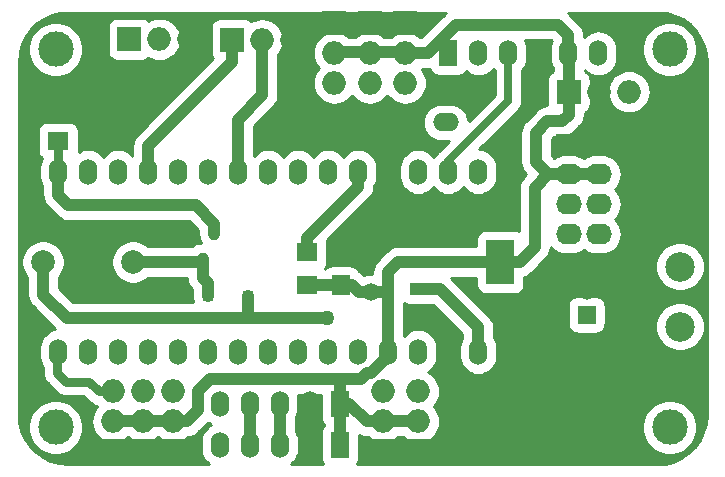
<source format=gbr>
G04 #@! TF.GenerationSoftware,KiCad,Pcbnew,(5.1.4)-1*
G04 #@! TF.CreationDate,2020-10-21T23:09:18-03:00*
G04 #@! TF.ProjectId,2020 - Equisdecito,32303230-202d-4204-9571-756973646563,rev?*
G04 #@! TF.SameCoordinates,Original*
G04 #@! TF.FileFunction,Copper,L1,Top*
G04 #@! TF.FilePolarity,Positive*
%FSLAX46Y46*%
G04 Gerber Fmt 4.6, Leading zero omitted, Abs format (unit mm)*
G04 Created by KiCad (PCBNEW (5.1.4)-1) date 2020-10-21 23:09:18*
%MOMM*%
%LPD*%
G04 APERTURE LIST*
%ADD10O,1.524000X2.197100*%
%ADD11O,1.524000X2.199640*%
%ADD12C,2.000000*%
%ADD13R,1.524000X2.199640*%
%ADD14O,2.200000X1.750000*%
%ADD15R,2.200000X1.750000*%
%ADD16C,2.500000*%
%ADD17O,2.199640X1.524000*%
%ADD18R,2.199640X1.524000*%
%ADD19O,2.000000X2.000000*%
%ADD20R,2.000000X2.000000*%
%ADD21C,3.000000*%
%ADD22R,1.524000X1.524000*%
%ADD23C,1.524000*%
%ADD24C,1.501140*%
%ADD25R,1.803400X1.600200*%
%ADD26R,2.400000X1.000000*%
%ADD27R,2.400000X3.800000*%
%ADD28R,1.500000X1.700000*%
%ADD29R,0.850900X0.850900*%
%ADD30R,0.599440X1.000760*%
%ADD31C,1.270000*%
%ADD32C,1.000000*%
%ADD33C,0.254000*%
%ADD34C,0.635000*%
%ADD35C,0.762000*%
G04 APERTURE END LIST*
D10*
X149780000Y-104620000D03*
X147240000Y-104620000D03*
X144700000Y-104620000D03*
X142160000Y-104620000D03*
X139620000Y-104620000D03*
X137080000Y-104620000D03*
X134540000Y-104620000D03*
X132000000Y-104620000D03*
X129460000Y-104620000D03*
X126920000Y-104620000D03*
X124380000Y-104620000D03*
D11*
X121840000Y-104620000D03*
X119300000Y-104620000D03*
X116760000Y-104620000D03*
X114220000Y-104620000D03*
X114220000Y-89380000D03*
X116760000Y-89380000D03*
X119300000Y-89380000D03*
X121840000Y-89380000D03*
X124380000Y-89380000D03*
X126920000Y-89380000D03*
X129460000Y-89380000D03*
X132000000Y-89380000D03*
X134540000Y-89380000D03*
X137080000Y-89380000D03*
X139620000Y-89380000D03*
X142160000Y-89380000D03*
X144700000Y-89380000D03*
X147240000Y-89380000D03*
X149780000Y-89380000D03*
D12*
X120550000Y-97000000D03*
X112950000Y-97000000D03*
D11*
X159960000Y-79330000D03*
X157420000Y-79330000D03*
X154880000Y-79330000D03*
X152340000Y-79330000D03*
X149800000Y-79330000D03*
D13*
X147260000Y-79330000D03*
D14*
X159990000Y-94652000D03*
X159990000Y-92112000D03*
X159990000Y-89572000D03*
D15*
X159990000Y-87032000D03*
D14*
X157450000Y-94652000D03*
X157450000Y-92112000D03*
X157450000Y-89572000D03*
D15*
X157450000Y-87032000D03*
D16*
X166878000Y-87228000D03*
X166878000Y-92308000D03*
D17*
X147040000Y-85190000D03*
D18*
X147040000Y-82650000D03*
D19*
X118872000Y-107960000D03*
X118872000Y-110500000D03*
D20*
X118872000Y-113040000D03*
D21*
X166000000Y-111000000D03*
X166000000Y-79000000D03*
D22*
X158960000Y-101460000D03*
D23*
X158960000Y-99460000D03*
D21*
X114000000Y-79000000D03*
D20*
X128960000Y-78200000D03*
D19*
X131500000Y-78200000D03*
X134040000Y-78200000D03*
D24*
X140716000Y-99568000D03*
X140716000Y-94488000D03*
D11*
X127880000Y-109000000D03*
X130420000Y-109000000D03*
X132960000Y-109000000D03*
X135500000Y-109000000D03*
D13*
X138040000Y-109000000D03*
X138080000Y-112500000D03*
D11*
X135540000Y-112500000D03*
X133000000Y-112500000D03*
X130460000Y-112500000D03*
X127920000Y-112500000D03*
D16*
X166878000Y-102468000D03*
X166878000Y-97388000D03*
D25*
X135280000Y-98967000D03*
X135280000Y-96173000D03*
D26*
X145200000Y-94700000D03*
X145200000Y-97000000D03*
X145200000Y-99300000D03*
D27*
X151650000Y-97000000D03*
D21*
X114000000Y-111000000D03*
D19*
X123952000Y-107960000D03*
X123952000Y-110500000D03*
D20*
X123952000Y-113040000D03*
X141700000Y-113040000D03*
D19*
X141700000Y-110500000D03*
X141700000Y-107960000D03*
X144700000Y-107960000D03*
X144700000Y-110500000D03*
D20*
X144700000Y-113040000D03*
X157460000Y-82590000D03*
D19*
X160000000Y-82590000D03*
X162540000Y-82590000D03*
D20*
X121412000Y-113040000D03*
D19*
X121412000Y-110500000D03*
X121412000Y-107960000D03*
D20*
X143600000Y-76760000D03*
D19*
X143600000Y-79300000D03*
X143600000Y-81840000D03*
X140600000Y-81840000D03*
X140600000Y-79300000D03*
D20*
X140600000Y-76760000D03*
X137600000Y-76760000D03*
D19*
X137600000Y-79300000D03*
X137600000Y-81840000D03*
X125330000Y-78150000D03*
X122790000Y-78150000D03*
D20*
X120250000Y-78150000D03*
D28*
X138176000Y-95582000D03*
X138176000Y-98982000D03*
D29*
X130253860Y-99880000D03*
X126906140Y-99880000D03*
D30*
X127422500Y-94593360D03*
X126470000Y-96706640D03*
X125517500Y-94593360D03*
D25*
X114220000Y-86747000D03*
X114220000Y-83953000D03*
D31*
X137000000Y-101750016D03*
D32*
X139498800Y-89258800D02*
X139620000Y-89380000D01*
X147200000Y-85350000D02*
X147040000Y-85190000D01*
X135280000Y-96173000D02*
X135280000Y-94950000D01*
X139620000Y-90610000D02*
X139620000Y-89380000D01*
X135280000Y-94950000D02*
X139620000Y-90610000D01*
X136999984Y-101750000D02*
X137000000Y-101750016D01*
X130250000Y-101750000D02*
X136999984Y-101750000D01*
X149780000Y-102540000D02*
X149780000Y-104620000D01*
X145200000Y-99300000D02*
X146540000Y-99300000D01*
X146540000Y-99300000D02*
X149780000Y-102540000D01*
X130253860Y-101746140D02*
X130250000Y-101750000D01*
X130253860Y-99880000D02*
X130253860Y-101746140D01*
X130253860Y-101746140D02*
X114936140Y-101746140D01*
X112950000Y-99760000D02*
X112950000Y-97000000D01*
X114936140Y-101746140D02*
X112950000Y-99760000D01*
X138040000Y-106900180D02*
X138040000Y-109000000D01*
X151650000Y-97000000D02*
X145200000Y-97000000D01*
X145200000Y-97000000D02*
X143000000Y-97000000D01*
X152150760Y-97500760D02*
X151650000Y-97000000D01*
X137600000Y-79260000D02*
X140600000Y-79260000D01*
X143560000Y-79260000D02*
X143600000Y-79300000D01*
X140600000Y-79260000D02*
X143560000Y-79260000D01*
X138080000Y-109040000D02*
X138040000Y-109000000D01*
X138080000Y-112500000D02*
X138080000Y-109040000D01*
D33*
X118678645Y-110500000D02*
X118650542Y-110528103D01*
D32*
X121412000Y-110500000D02*
X118678645Y-110500000D01*
X143000000Y-97000000D02*
X142160000Y-97840000D01*
X139892173Y-106900180D02*
X138040000Y-106900180D01*
X140392353Y-106400000D02*
X139892173Y-106900180D01*
X140706377Y-106400000D02*
X140392353Y-106400000D01*
X142160000Y-104620000D02*
X142160000Y-104946377D01*
X142160000Y-104946377D02*
X140706377Y-106400000D01*
X142080000Y-99568000D02*
X142160000Y-99488000D01*
X140716000Y-99568000D02*
X142080000Y-99568000D01*
X142160000Y-97840000D02*
X142160000Y-99488000D01*
X142160000Y-99488000D02*
X142160000Y-104620000D01*
X140716000Y-99568000D02*
X139700000Y-99568000D01*
X139114000Y-98982000D02*
X138176000Y-98982000D01*
X139700000Y-99568000D02*
X139114000Y-98982000D01*
X127099820Y-106900180D02*
X138040000Y-106900180D01*
X121500000Y-110500000D02*
X123952000Y-110500000D01*
X126080000Y-109530000D02*
X126080000Y-107920000D01*
X126080000Y-107920000D02*
X127099820Y-106900180D01*
X125110000Y-110500000D02*
X126080000Y-109530000D01*
X123952000Y-110500000D02*
X125110000Y-110500000D01*
X138290000Y-109250000D02*
X138040000Y-109000000D01*
X140360000Y-110500000D02*
X141700000Y-110500000D01*
X138040000Y-109000000D02*
X138860000Y-109000000D01*
X138860000Y-109000000D02*
X140360000Y-110500000D01*
X144690000Y-110500000D02*
X144700000Y-110510000D01*
X141700000Y-110500000D02*
X144690000Y-110500000D01*
X145530000Y-79300000D02*
X147930000Y-76900000D01*
X143600000Y-79300000D02*
X145530000Y-79300000D01*
X147930000Y-76900000D02*
X156500000Y-76900000D01*
X156500000Y-76900000D02*
X157400000Y-77800000D01*
X157400000Y-77800000D02*
X157400000Y-79490000D01*
X157460000Y-79370000D02*
X157420000Y-79330000D01*
X157460000Y-82590000D02*
X157460000Y-79370000D01*
X135295000Y-98982000D02*
X135280000Y-98967000D01*
X138176000Y-98982000D02*
X135295000Y-98982000D01*
X151650000Y-97000000D02*
X153330000Y-97000000D01*
X153330000Y-97000000D02*
X154580000Y-95750000D01*
X154580000Y-95750000D02*
X154580000Y-90720000D01*
X155728000Y-89572000D02*
X157450000Y-89572000D01*
X154580000Y-90720000D02*
X155728000Y-89572000D01*
X157450000Y-89572000D02*
X159990000Y-89572000D01*
X155728000Y-89572000D02*
X154690000Y-88534000D01*
X154690000Y-88534000D02*
X154690000Y-86050000D01*
X157460000Y-83280000D02*
X157460000Y-82590000D01*
X154690000Y-86050000D02*
X155650000Y-85090000D01*
X155650000Y-85090000D02*
X156900000Y-85090000D01*
X157460000Y-84530000D02*
X157460000Y-83280000D01*
X156900000Y-85090000D02*
X157460000Y-84530000D01*
X130420000Y-112460000D02*
X130460000Y-112500000D01*
X130420000Y-109000000D02*
X130420000Y-112460000D01*
X133000000Y-109040000D02*
X132960000Y-109000000D01*
X133000000Y-112500000D02*
X133000000Y-109040000D01*
D34*
X152340000Y-83350000D02*
X152340000Y-79330000D01*
X147240000Y-89380000D02*
X147240000Y-88450000D01*
X147240000Y-88450000D02*
X152340000Y-83350000D01*
D32*
X121840000Y-87160000D02*
X121840000Y-89380000D01*
X128960000Y-78200000D02*
X128960000Y-80040000D01*
X128960000Y-80040000D02*
X121840000Y-87160000D01*
D35*
X114220000Y-86747000D02*
X114220000Y-89380000D01*
D32*
X127422500Y-94593360D02*
X127422500Y-93742500D01*
X127422500Y-93742500D02*
X125880000Y-92200000D01*
X125880000Y-92200000D02*
X115090000Y-92200000D01*
X114220000Y-91330000D02*
X114220000Y-89380000D01*
X115090000Y-92200000D02*
X114220000Y-91330000D01*
X131500000Y-78200000D02*
X131500000Y-82900000D01*
X129460000Y-84940000D02*
X129460000Y-89380000D01*
X131500000Y-82900000D02*
X129460000Y-84940000D01*
X126470000Y-96706640D02*
X126470000Y-98380000D01*
X126906140Y-98816140D02*
X126906140Y-99880000D01*
X126470000Y-98380000D02*
X126906140Y-98816140D01*
X126176640Y-97000000D02*
X126470000Y-96706640D01*
X120550000Y-97000000D02*
X126176640Y-97000000D01*
D35*
X114145883Y-106375883D02*
X114145883Y-105056217D01*
X114925078Y-107155078D02*
X114145883Y-106375883D01*
X116850047Y-107155078D02*
X114925078Y-107155078D01*
X118872000Y-107960000D02*
X117654969Y-107960000D01*
X117654969Y-107960000D02*
X116850047Y-107155078D01*
D33*
G36*
X136438960Y-110099820D02*
G01*
X136455082Y-110263509D01*
X136502828Y-110420907D01*
X136580364Y-110565966D01*
X136684709Y-110693111D01*
X136745001Y-110742591D01*
X136745000Y-110790236D01*
X136724709Y-110806889D01*
X136620364Y-110934034D01*
X136542828Y-111079093D01*
X136495082Y-111236491D01*
X136478960Y-111400180D01*
X136478960Y-113599820D01*
X136495082Y-113763509D01*
X136542828Y-113920907D01*
X136620364Y-114065966D01*
X136660605Y-114115000D01*
X133961117Y-114115000D01*
X134134713Y-113972533D01*
X134334282Y-113729359D01*
X134482574Y-113451922D01*
X134573893Y-113150887D01*
X134597000Y-112916275D01*
X134597000Y-112083726D01*
X134573893Y-111849114D01*
X134482574Y-111548078D01*
X134335000Y-111271984D01*
X134335000Y-110153180D01*
X134442574Y-109951922D01*
X134533893Y-109650887D01*
X134557000Y-109416275D01*
X134557000Y-108583726D01*
X134533893Y-108349114D01*
X134499331Y-108235180D01*
X136438960Y-108235180D01*
X136438960Y-110099820D01*
X136438960Y-110099820D01*
G37*
X136438960Y-110099820D02*
X136455082Y-110263509D01*
X136502828Y-110420907D01*
X136580364Y-110565966D01*
X136684709Y-110693111D01*
X136745001Y-110742591D01*
X136745000Y-110790236D01*
X136724709Y-110806889D01*
X136620364Y-110934034D01*
X136542828Y-111079093D01*
X136495082Y-111236491D01*
X136478960Y-111400180D01*
X136478960Y-113599820D01*
X136495082Y-113763509D01*
X136542828Y-113920907D01*
X136620364Y-114065966D01*
X136660605Y-114115000D01*
X133961117Y-114115000D01*
X134134713Y-113972533D01*
X134334282Y-113729359D01*
X134482574Y-113451922D01*
X134573893Y-113150887D01*
X134597000Y-112916275D01*
X134597000Y-112083726D01*
X134573893Y-111849114D01*
X134482574Y-111548078D01*
X134335000Y-111271984D01*
X134335000Y-110153180D01*
X134442574Y-109951922D01*
X134533893Y-109650887D01*
X134557000Y-109416275D01*
X134557000Y-108583726D01*
X134533893Y-108349114D01*
X134499331Y-108235180D01*
X136438960Y-108235180D01*
X136438960Y-110099820D01*
G36*
X165728081Y-75953497D02*
G01*
X166433147Y-76146381D01*
X167092916Y-76461075D01*
X167686527Y-76887628D01*
X168195221Y-77412559D01*
X168602920Y-78019279D01*
X168896734Y-78688605D01*
X169069011Y-79406191D01*
X169115000Y-80032447D01*
X169115001Y-109960579D01*
X169046503Y-110728082D01*
X168853619Y-111433147D01*
X168538926Y-112092914D01*
X168112372Y-112686526D01*
X167587438Y-113195223D01*
X166980723Y-113602919D01*
X166311395Y-113896734D01*
X165593810Y-114069011D01*
X164967554Y-114115000D01*
X139499395Y-114115000D01*
X139539636Y-114065966D01*
X139617172Y-113920907D01*
X139664918Y-113763509D01*
X139681040Y-113599820D01*
X139681040Y-111650828D01*
X139846646Y-111739347D01*
X140098294Y-111815683D01*
X140294421Y-111835000D01*
X140294423Y-111835000D01*
X140359999Y-111841459D01*
X140425575Y-111835000D01*
X140434175Y-111835000D01*
X140675596Y-112033129D01*
X140994378Y-112203521D01*
X141340277Y-112308448D01*
X141609861Y-112335000D01*
X141790139Y-112335000D01*
X142059723Y-112308448D01*
X142405622Y-112203521D01*
X142724404Y-112033129D01*
X142965825Y-111835000D01*
X143434175Y-111835000D01*
X143675596Y-112033129D01*
X143994378Y-112203521D01*
X144340277Y-112308448D01*
X144609861Y-112335000D01*
X144790139Y-112335000D01*
X145059723Y-112308448D01*
X145405622Y-112203521D01*
X145724404Y-112033129D01*
X146003819Y-111803819D01*
X146233129Y-111524404D01*
X146403521Y-111205622D01*
X146508448Y-110859723D01*
X146517282Y-110770023D01*
X163665000Y-110770023D01*
X163665000Y-111229977D01*
X163754733Y-111681094D01*
X163930750Y-112106037D01*
X164186287Y-112488476D01*
X164511524Y-112813713D01*
X164893963Y-113069250D01*
X165318906Y-113245267D01*
X165770023Y-113335000D01*
X166229977Y-113335000D01*
X166681094Y-113245267D01*
X167106037Y-113069250D01*
X167488476Y-112813713D01*
X167813713Y-112488476D01*
X168069250Y-112106037D01*
X168245267Y-111681094D01*
X168335000Y-111229977D01*
X168335000Y-110770023D01*
X168245267Y-110318906D01*
X168069250Y-109893963D01*
X167813713Y-109511524D01*
X167488476Y-109186287D01*
X167106037Y-108930750D01*
X166681094Y-108754733D01*
X166229977Y-108665000D01*
X165770023Y-108665000D01*
X165318906Y-108754733D01*
X164893963Y-108930750D01*
X164511524Y-109186287D01*
X164186287Y-109511524D01*
X163930750Y-109893963D01*
X163754733Y-110318906D01*
X163665000Y-110770023D01*
X146517282Y-110770023D01*
X146543878Y-110500000D01*
X146508448Y-110140277D01*
X146403521Y-109794378D01*
X146233129Y-109475596D01*
X146031574Y-109230000D01*
X146233129Y-108984404D01*
X146403521Y-108665622D01*
X146508448Y-108319723D01*
X146543878Y-107960000D01*
X146508448Y-107600277D01*
X146403521Y-107254378D01*
X146233129Y-106935596D01*
X146003819Y-106656181D01*
X145724404Y-106426871D01*
X145530715Y-106323342D01*
X145591538Y-106290832D01*
X145834713Y-106091263D01*
X146034282Y-105848089D01*
X146182574Y-105570652D01*
X146273893Y-105269617D01*
X146297000Y-105035005D01*
X146297000Y-104204996D01*
X146273893Y-103970384D01*
X146182574Y-103669348D01*
X146034282Y-103391911D01*
X145834713Y-103148737D01*
X145591539Y-102949168D01*
X145314102Y-102800876D01*
X145013067Y-102709557D01*
X144700000Y-102678723D01*
X144386934Y-102709557D01*
X144085899Y-102800876D01*
X143808462Y-102949168D01*
X143565287Y-103148737D01*
X143495000Y-103234381D01*
X143495000Y-100465749D01*
X143533854Y-100497636D01*
X143678913Y-100575172D01*
X143836311Y-100622918D01*
X144000000Y-100639040D01*
X145991066Y-100639040D01*
X148445000Y-103092975D01*
X148445000Y-103393254D01*
X148297426Y-103669348D01*
X148206107Y-103970383D01*
X148183000Y-104204995D01*
X148183000Y-105035004D01*
X148206107Y-105269616D01*
X148297426Y-105570651D01*
X148445718Y-105848088D01*
X148645287Y-106091263D01*
X148888461Y-106290832D01*
X149165898Y-106439124D01*
X149466933Y-106530443D01*
X149780000Y-106561277D01*
X150093066Y-106530443D01*
X150394101Y-106439124D01*
X150671538Y-106290832D01*
X150914713Y-106091263D01*
X151114282Y-105848089D01*
X151262574Y-105570652D01*
X151353893Y-105269617D01*
X151377000Y-105035005D01*
X151377000Y-104204996D01*
X151353893Y-103970384D01*
X151262574Y-103669348D01*
X151115000Y-103393254D01*
X151115000Y-102605579D01*
X151121459Y-102540000D01*
X151095683Y-102278294D01*
X151089980Y-102259494D01*
X151019347Y-102026646D01*
X150895382Y-101794725D01*
X150728555Y-101591445D01*
X150677615Y-101549640D01*
X149825975Y-100698000D01*
X157358960Y-100698000D01*
X157358960Y-102222000D01*
X157375082Y-102385689D01*
X157422828Y-102543087D01*
X157500364Y-102688146D01*
X157604709Y-102815291D01*
X157731854Y-102919636D01*
X157876913Y-102997172D01*
X158034311Y-103044918D01*
X158198000Y-103061040D01*
X159722000Y-103061040D01*
X159885689Y-103044918D01*
X160043087Y-102997172D01*
X160188146Y-102919636D01*
X160315291Y-102815291D01*
X160419636Y-102688146D01*
X160497172Y-102543087D01*
X160544918Y-102385689D01*
X160557036Y-102262645D01*
X164793000Y-102262645D01*
X164793000Y-102673355D01*
X164873126Y-103076172D01*
X165030297Y-103455618D01*
X165258475Y-103797110D01*
X165548890Y-104087525D01*
X165890382Y-104315703D01*
X166269828Y-104472874D01*
X166672645Y-104553000D01*
X167083355Y-104553000D01*
X167486172Y-104472874D01*
X167865618Y-104315703D01*
X168207110Y-104087525D01*
X168497525Y-103797110D01*
X168725703Y-103455618D01*
X168882874Y-103076172D01*
X168963000Y-102673355D01*
X168963000Y-102262645D01*
X168882874Y-101859828D01*
X168725703Y-101480382D01*
X168497525Y-101138890D01*
X168207110Y-100848475D01*
X167865618Y-100620297D01*
X167486172Y-100463126D01*
X167083355Y-100383000D01*
X166672645Y-100383000D01*
X166269828Y-100463126D01*
X165890382Y-100620297D01*
X165548890Y-100848475D01*
X165258475Y-101138890D01*
X165030297Y-101480382D01*
X164873126Y-101859828D01*
X164793000Y-102262645D01*
X160557036Y-102262645D01*
X160561040Y-102222000D01*
X160561040Y-100698000D01*
X160544918Y-100534311D01*
X160497172Y-100376913D01*
X160419636Y-100231854D01*
X160315291Y-100104709D01*
X160188146Y-100000364D01*
X160043087Y-99922828D01*
X159885689Y-99875082D01*
X159722000Y-99858960D01*
X158198000Y-99858960D01*
X158034311Y-99875082D01*
X157876913Y-99922828D01*
X157731854Y-100000364D01*
X157604709Y-100104709D01*
X157500364Y-100231854D01*
X157422828Y-100376913D01*
X157375082Y-100534311D01*
X157358960Y-100698000D01*
X149825975Y-100698000D01*
X147530366Y-98402392D01*
X147488555Y-98351445D01*
X147468517Y-98335000D01*
X149610960Y-98335000D01*
X149610960Y-98900000D01*
X149627082Y-99063689D01*
X149674828Y-99221087D01*
X149752364Y-99366146D01*
X149856709Y-99493291D01*
X149983854Y-99597636D01*
X150128913Y-99675172D01*
X150286311Y-99722918D01*
X150450000Y-99739040D01*
X152850000Y-99739040D01*
X153013689Y-99722918D01*
X153171087Y-99675172D01*
X153316146Y-99597636D01*
X153443291Y-99493291D01*
X153547636Y-99366146D01*
X153625172Y-99221087D01*
X153672918Y-99063689D01*
X153689040Y-98900000D01*
X153689040Y-98286157D01*
X153843354Y-98239347D01*
X154075275Y-98115382D01*
X154278555Y-97948555D01*
X154320366Y-97897609D01*
X155035329Y-97182645D01*
X164793000Y-97182645D01*
X164793000Y-97593355D01*
X164873126Y-97996172D01*
X165030297Y-98375618D01*
X165258475Y-98717110D01*
X165548890Y-99007525D01*
X165890382Y-99235703D01*
X166269828Y-99392874D01*
X166672645Y-99473000D01*
X167083355Y-99473000D01*
X167486172Y-99392874D01*
X167865618Y-99235703D01*
X168207110Y-99007525D01*
X168497525Y-98717110D01*
X168725703Y-98375618D01*
X168882874Y-97996172D01*
X168963000Y-97593355D01*
X168963000Y-97182645D01*
X168882874Y-96779828D01*
X168725703Y-96400382D01*
X168497525Y-96058890D01*
X168207110Y-95768475D01*
X167865618Y-95540297D01*
X167486172Y-95383126D01*
X167083355Y-95303000D01*
X166672645Y-95303000D01*
X166269828Y-95383126D01*
X165890382Y-95540297D01*
X165548890Y-95768475D01*
X165258475Y-96058890D01*
X165030297Y-96400382D01*
X164873126Y-96779828D01*
X164793000Y-97182645D01*
X155035329Y-97182645D01*
X155477614Y-96740360D01*
X155528555Y-96698555D01*
X155695382Y-96495275D01*
X155819347Y-96263354D01*
X155895683Y-96011706D01*
X155915000Y-95815579D01*
X155915000Y-95815578D01*
X155920657Y-95758140D01*
X156009998Y-95867002D01*
X156270379Y-96080692D01*
X156567445Y-96239477D01*
X156889782Y-96337257D01*
X157141003Y-96362000D01*
X157758997Y-96362000D01*
X158010218Y-96337257D01*
X158332555Y-96239477D01*
X158629621Y-96080692D01*
X158720000Y-96006520D01*
X158810379Y-96080692D01*
X159107445Y-96239477D01*
X159429782Y-96337257D01*
X159681003Y-96362000D01*
X160298997Y-96362000D01*
X160550218Y-96337257D01*
X160872555Y-96239477D01*
X161169621Y-96080692D01*
X161430002Y-95867002D01*
X161643692Y-95606621D01*
X161802477Y-95309555D01*
X161900257Y-94987218D01*
X161933273Y-94652000D01*
X161900257Y-94316782D01*
X161802477Y-93994445D01*
X161643692Y-93697379D01*
X161430002Y-93436998D01*
X161362987Y-93382000D01*
X161430002Y-93327002D01*
X161643692Y-93066621D01*
X161802477Y-92769555D01*
X161900257Y-92447218D01*
X161933273Y-92112000D01*
X161900257Y-91776782D01*
X161802477Y-91454445D01*
X161643692Y-91157379D01*
X161430002Y-90896998D01*
X161362987Y-90842000D01*
X161430002Y-90787002D01*
X161643692Y-90526621D01*
X161802477Y-90229555D01*
X161900257Y-89907218D01*
X161933273Y-89572000D01*
X161900257Y-89236782D01*
X161802477Y-88914445D01*
X161643692Y-88617379D01*
X161430002Y-88356998D01*
X161169621Y-88143308D01*
X160872555Y-87984523D01*
X160550218Y-87886743D01*
X160298997Y-87862000D01*
X159681003Y-87862000D01*
X159429782Y-87886743D01*
X159107445Y-87984523D01*
X158810379Y-88143308D01*
X158720000Y-88217480D01*
X158629621Y-88143308D01*
X158332555Y-87984523D01*
X158010218Y-87886743D01*
X157758997Y-87862000D01*
X157141003Y-87862000D01*
X156889782Y-87886743D01*
X156567445Y-87984523D01*
X156270379Y-88143308D01*
X156224739Y-88180764D01*
X156025000Y-87981026D01*
X156025000Y-86602974D01*
X156202975Y-86425000D01*
X156834421Y-86425000D01*
X156900000Y-86431459D01*
X156965579Y-86425000D01*
X157161706Y-86405683D01*
X157413354Y-86329347D01*
X157645275Y-86205382D01*
X157848555Y-86038555D01*
X157890366Y-85987608D01*
X158357609Y-85520365D01*
X158408555Y-85478555D01*
X158575382Y-85275275D01*
X158674414Y-85090000D01*
X158699347Y-85043355D01*
X158749830Y-84876933D01*
X158775683Y-84791706D01*
X158795000Y-84595579D01*
X158795000Y-84595578D01*
X158801459Y-84530000D01*
X158795000Y-84464421D01*
X158795000Y-84357735D01*
X158926146Y-84287636D01*
X159053291Y-84183291D01*
X159157636Y-84056146D01*
X159235172Y-83911087D01*
X159282918Y-83753689D01*
X159299040Y-83590000D01*
X159299040Y-82590000D01*
X160696122Y-82590000D01*
X160731552Y-82949723D01*
X160836479Y-83295622D01*
X161006871Y-83614404D01*
X161236181Y-83893819D01*
X161515596Y-84123129D01*
X161834378Y-84293521D01*
X162180277Y-84398448D01*
X162449861Y-84425000D01*
X162630139Y-84425000D01*
X162899723Y-84398448D01*
X163245622Y-84293521D01*
X163564404Y-84123129D01*
X163843819Y-83893819D01*
X164073129Y-83614404D01*
X164243521Y-83295622D01*
X164348448Y-82949723D01*
X164383878Y-82590000D01*
X164348448Y-82230277D01*
X164243521Y-81884378D01*
X164073129Y-81565596D01*
X163843819Y-81286181D01*
X163564404Y-81056871D01*
X163245622Y-80886479D01*
X162899723Y-80781552D01*
X162630139Y-80755000D01*
X162449861Y-80755000D01*
X162180277Y-80781552D01*
X161834378Y-80886479D01*
X161515596Y-81056871D01*
X161236181Y-81286181D01*
X161006871Y-81565596D01*
X160836479Y-81884378D01*
X160731552Y-82230277D01*
X160696122Y-82590000D01*
X159299040Y-82590000D01*
X159299040Y-81590000D01*
X159282918Y-81426311D01*
X159235172Y-81268913D01*
X159157636Y-81123854D01*
X159053291Y-80996709D01*
X158926146Y-80892364D01*
X158795000Y-80822265D01*
X158795000Y-80765628D01*
X158825287Y-80802533D01*
X159068462Y-81002102D01*
X159345899Y-81150394D01*
X159646934Y-81241713D01*
X159960000Y-81272547D01*
X160273067Y-81241713D01*
X160574102Y-81150394D01*
X160851539Y-81002102D01*
X161094713Y-80802533D01*
X161294282Y-80559359D01*
X161442574Y-80281922D01*
X161533893Y-79980886D01*
X161557000Y-79746274D01*
X161557000Y-78913725D01*
X161542847Y-78770023D01*
X163665000Y-78770023D01*
X163665000Y-79229977D01*
X163754733Y-79681094D01*
X163930750Y-80106037D01*
X164186287Y-80488476D01*
X164511524Y-80813713D01*
X164893963Y-81069250D01*
X165318906Y-81245267D01*
X165770023Y-81335000D01*
X166229977Y-81335000D01*
X166681094Y-81245267D01*
X167106037Y-81069250D01*
X167488476Y-80813713D01*
X167813713Y-80488476D01*
X168069250Y-80106037D01*
X168245267Y-79681094D01*
X168335000Y-79229977D01*
X168335000Y-78770023D01*
X168245267Y-78318906D01*
X168069250Y-77893963D01*
X167813713Y-77511524D01*
X167488476Y-77186287D01*
X167106037Y-76930750D01*
X166681094Y-76754733D01*
X166229977Y-76665000D01*
X165770023Y-76665000D01*
X165318906Y-76754733D01*
X164893963Y-76930750D01*
X164511524Y-77186287D01*
X164186287Y-77511524D01*
X163930750Y-77893963D01*
X163754733Y-78318906D01*
X163665000Y-78770023D01*
X161542847Y-78770023D01*
X161533893Y-78679113D01*
X161442574Y-78378078D01*
X161294282Y-78100641D01*
X161094713Y-77857467D01*
X160851538Y-77657898D01*
X160574101Y-77509606D01*
X160273066Y-77418287D01*
X159960000Y-77387453D01*
X159646933Y-77418287D01*
X159345898Y-77509606D01*
X159068461Y-77657898D01*
X158825287Y-77857467D01*
X158735000Y-77967482D01*
X158735000Y-77865578D01*
X158741459Y-77799999D01*
X158715683Y-77538294D01*
X158694195Y-77467458D01*
X158639347Y-77286646D01*
X158515382Y-77054725D01*
X158348555Y-76851445D01*
X158297614Y-76809639D01*
X157490365Y-76002391D01*
X157448555Y-75951445D01*
X157367591Y-75885000D01*
X164960590Y-75885000D01*
X165728081Y-75953497D01*
X165728081Y-75953497D01*
G37*
X165728081Y-75953497D02*
X166433147Y-76146381D01*
X167092916Y-76461075D01*
X167686527Y-76887628D01*
X168195221Y-77412559D01*
X168602920Y-78019279D01*
X168896734Y-78688605D01*
X169069011Y-79406191D01*
X169115000Y-80032447D01*
X169115001Y-109960579D01*
X169046503Y-110728082D01*
X168853619Y-111433147D01*
X168538926Y-112092914D01*
X168112372Y-112686526D01*
X167587438Y-113195223D01*
X166980723Y-113602919D01*
X166311395Y-113896734D01*
X165593810Y-114069011D01*
X164967554Y-114115000D01*
X139499395Y-114115000D01*
X139539636Y-114065966D01*
X139617172Y-113920907D01*
X139664918Y-113763509D01*
X139681040Y-113599820D01*
X139681040Y-111650828D01*
X139846646Y-111739347D01*
X140098294Y-111815683D01*
X140294421Y-111835000D01*
X140294423Y-111835000D01*
X140359999Y-111841459D01*
X140425575Y-111835000D01*
X140434175Y-111835000D01*
X140675596Y-112033129D01*
X140994378Y-112203521D01*
X141340277Y-112308448D01*
X141609861Y-112335000D01*
X141790139Y-112335000D01*
X142059723Y-112308448D01*
X142405622Y-112203521D01*
X142724404Y-112033129D01*
X142965825Y-111835000D01*
X143434175Y-111835000D01*
X143675596Y-112033129D01*
X143994378Y-112203521D01*
X144340277Y-112308448D01*
X144609861Y-112335000D01*
X144790139Y-112335000D01*
X145059723Y-112308448D01*
X145405622Y-112203521D01*
X145724404Y-112033129D01*
X146003819Y-111803819D01*
X146233129Y-111524404D01*
X146403521Y-111205622D01*
X146508448Y-110859723D01*
X146517282Y-110770023D01*
X163665000Y-110770023D01*
X163665000Y-111229977D01*
X163754733Y-111681094D01*
X163930750Y-112106037D01*
X164186287Y-112488476D01*
X164511524Y-112813713D01*
X164893963Y-113069250D01*
X165318906Y-113245267D01*
X165770023Y-113335000D01*
X166229977Y-113335000D01*
X166681094Y-113245267D01*
X167106037Y-113069250D01*
X167488476Y-112813713D01*
X167813713Y-112488476D01*
X168069250Y-112106037D01*
X168245267Y-111681094D01*
X168335000Y-111229977D01*
X168335000Y-110770023D01*
X168245267Y-110318906D01*
X168069250Y-109893963D01*
X167813713Y-109511524D01*
X167488476Y-109186287D01*
X167106037Y-108930750D01*
X166681094Y-108754733D01*
X166229977Y-108665000D01*
X165770023Y-108665000D01*
X165318906Y-108754733D01*
X164893963Y-108930750D01*
X164511524Y-109186287D01*
X164186287Y-109511524D01*
X163930750Y-109893963D01*
X163754733Y-110318906D01*
X163665000Y-110770023D01*
X146517282Y-110770023D01*
X146543878Y-110500000D01*
X146508448Y-110140277D01*
X146403521Y-109794378D01*
X146233129Y-109475596D01*
X146031574Y-109230000D01*
X146233129Y-108984404D01*
X146403521Y-108665622D01*
X146508448Y-108319723D01*
X146543878Y-107960000D01*
X146508448Y-107600277D01*
X146403521Y-107254378D01*
X146233129Y-106935596D01*
X146003819Y-106656181D01*
X145724404Y-106426871D01*
X145530715Y-106323342D01*
X145591538Y-106290832D01*
X145834713Y-106091263D01*
X146034282Y-105848089D01*
X146182574Y-105570652D01*
X146273893Y-105269617D01*
X146297000Y-105035005D01*
X146297000Y-104204996D01*
X146273893Y-103970384D01*
X146182574Y-103669348D01*
X146034282Y-103391911D01*
X145834713Y-103148737D01*
X145591539Y-102949168D01*
X145314102Y-102800876D01*
X145013067Y-102709557D01*
X144700000Y-102678723D01*
X144386934Y-102709557D01*
X144085899Y-102800876D01*
X143808462Y-102949168D01*
X143565287Y-103148737D01*
X143495000Y-103234381D01*
X143495000Y-100465749D01*
X143533854Y-100497636D01*
X143678913Y-100575172D01*
X143836311Y-100622918D01*
X144000000Y-100639040D01*
X145991066Y-100639040D01*
X148445000Y-103092975D01*
X148445000Y-103393254D01*
X148297426Y-103669348D01*
X148206107Y-103970383D01*
X148183000Y-104204995D01*
X148183000Y-105035004D01*
X148206107Y-105269616D01*
X148297426Y-105570651D01*
X148445718Y-105848088D01*
X148645287Y-106091263D01*
X148888461Y-106290832D01*
X149165898Y-106439124D01*
X149466933Y-106530443D01*
X149780000Y-106561277D01*
X150093066Y-106530443D01*
X150394101Y-106439124D01*
X150671538Y-106290832D01*
X150914713Y-106091263D01*
X151114282Y-105848089D01*
X151262574Y-105570652D01*
X151353893Y-105269617D01*
X151377000Y-105035005D01*
X151377000Y-104204996D01*
X151353893Y-103970384D01*
X151262574Y-103669348D01*
X151115000Y-103393254D01*
X151115000Y-102605579D01*
X151121459Y-102540000D01*
X151095683Y-102278294D01*
X151089980Y-102259494D01*
X151019347Y-102026646D01*
X150895382Y-101794725D01*
X150728555Y-101591445D01*
X150677615Y-101549640D01*
X149825975Y-100698000D01*
X157358960Y-100698000D01*
X157358960Y-102222000D01*
X157375082Y-102385689D01*
X157422828Y-102543087D01*
X157500364Y-102688146D01*
X157604709Y-102815291D01*
X157731854Y-102919636D01*
X157876913Y-102997172D01*
X158034311Y-103044918D01*
X158198000Y-103061040D01*
X159722000Y-103061040D01*
X159885689Y-103044918D01*
X160043087Y-102997172D01*
X160188146Y-102919636D01*
X160315291Y-102815291D01*
X160419636Y-102688146D01*
X160497172Y-102543087D01*
X160544918Y-102385689D01*
X160557036Y-102262645D01*
X164793000Y-102262645D01*
X164793000Y-102673355D01*
X164873126Y-103076172D01*
X165030297Y-103455618D01*
X165258475Y-103797110D01*
X165548890Y-104087525D01*
X165890382Y-104315703D01*
X166269828Y-104472874D01*
X166672645Y-104553000D01*
X167083355Y-104553000D01*
X167486172Y-104472874D01*
X167865618Y-104315703D01*
X168207110Y-104087525D01*
X168497525Y-103797110D01*
X168725703Y-103455618D01*
X168882874Y-103076172D01*
X168963000Y-102673355D01*
X168963000Y-102262645D01*
X168882874Y-101859828D01*
X168725703Y-101480382D01*
X168497525Y-101138890D01*
X168207110Y-100848475D01*
X167865618Y-100620297D01*
X167486172Y-100463126D01*
X167083355Y-100383000D01*
X166672645Y-100383000D01*
X166269828Y-100463126D01*
X165890382Y-100620297D01*
X165548890Y-100848475D01*
X165258475Y-101138890D01*
X165030297Y-101480382D01*
X164873126Y-101859828D01*
X164793000Y-102262645D01*
X160557036Y-102262645D01*
X160561040Y-102222000D01*
X160561040Y-100698000D01*
X160544918Y-100534311D01*
X160497172Y-100376913D01*
X160419636Y-100231854D01*
X160315291Y-100104709D01*
X160188146Y-100000364D01*
X160043087Y-99922828D01*
X159885689Y-99875082D01*
X159722000Y-99858960D01*
X158198000Y-99858960D01*
X158034311Y-99875082D01*
X157876913Y-99922828D01*
X157731854Y-100000364D01*
X157604709Y-100104709D01*
X157500364Y-100231854D01*
X157422828Y-100376913D01*
X157375082Y-100534311D01*
X157358960Y-100698000D01*
X149825975Y-100698000D01*
X147530366Y-98402392D01*
X147488555Y-98351445D01*
X147468517Y-98335000D01*
X149610960Y-98335000D01*
X149610960Y-98900000D01*
X149627082Y-99063689D01*
X149674828Y-99221087D01*
X149752364Y-99366146D01*
X149856709Y-99493291D01*
X149983854Y-99597636D01*
X150128913Y-99675172D01*
X150286311Y-99722918D01*
X150450000Y-99739040D01*
X152850000Y-99739040D01*
X153013689Y-99722918D01*
X153171087Y-99675172D01*
X153316146Y-99597636D01*
X153443291Y-99493291D01*
X153547636Y-99366146D01*
X153625172Y-99221087D01*
X153672918Y-99063689D01*
X153689040Y-98900000D01*
X153689040Y-98286157D01*
X153843354Y-98239347D01*
X154075275Y-98115382D01*
X154278555Y-97948555D01*
X154320366Y-97897609D01*
X155035329Y-97182645D01*
X164793000Y-97182645D01*
X164793000Y-97593355D01*
X164873126Y-97996172D01*
X165030297Y-98375618D01*
X165258475Y-98717110D01*
X165548890Y-99007525D01*
X165890382Y-99235703D01*
X166269828Y-99392874D01*
X166672645Y-99473000D01*
X167083355Y-99473000D01*
X167486172Y-99392874D01*
X167865618Y-99235703D01*
X168207110Y-99007525D01*
X168497525Y-98717110D01*
X168725703Y-98375618D01*
X168882874Y-97996172D01*
X168963000Y-97593355D01*
X168963000Y-97182645D01*
X168882874Y-96779828D01*
X168725703Y-96400382D01*
X168497525Y-96058890D01*
X168207110Y-95768475D01*
X167865618Y-95540297D01*
X167486172Y-95383126D01*
X167083355Y-95303000D01*
X166672645Y-95303000D01*
X166269828Y-95383126D01*
X165890382Y-95540297D01*
X165548890Y-95768475D01*
X165258475Y-96058890D01*
X165030297Y-96400382D01*
X164873126Y-96779828D01*
X164793000Y-97182645D01*
X155035329Y-97182645D01*
X155477614Y-96740360D01*
X155528555Y-96698555D01*
X155695382Y-96495275D01*
X155819347Y-96263354D01*
X155895683Y-96011706D01*
X155915000Y-95815579D01*
X155915000Y-95815578D01*
X155920657Y-95758140D01*
X156009998Y-95867002D01*
X156270379Y-96080692D01*
X156567445Y-96239477D01*
X156889782Y-96337257D01*
X157141003Y-96362000D01*
X157758997Y-96362000D01*
X158010218Y-96337257D01*
X158332555Y-96239477D01*
X158629621Y-96080692D01*
X158720000Y-96006520D01*
X158810379Y-96080692D01*
X159107445Y-96239477D01*
X159429782Y-96337257D01*
X159681003Y-96362000D01*
X160298997Y-96362000D01*
X160550218Y-96337257D01*
X160872555Y-96239477D01*
X161169621Y-96080692D01*
X161430002Y-95867002D01*
X161643692Y-95606621D01*
X161802477Y-95309555D01*
X161900257Y-94987218D01*
X161933273Y-94652000D01*
X161900257Y-94316782D01*
X161802477Y-93994445D01*
X161643692Y-93697379D01*
X161430002Y-93436998D01*
X161362987Y-93382000D01*
X161430002Y-93327002D01*
X161643692Y-93066621D01*
X161802477Y-92769555D01*
X161900257Y-92447218D01*
X161933273Y-92112000D01*
X161900257Y-91776782D01*
X161802477Y-91454445D01*
X161643692Y-91157379D01*
X161430002Y-90896998D01*
X161362987Y-90842000D01*
X161430002Y-90787002D01*
X161643692Y-90526621D01*
X161802477Y-90229555D01*
X161900257Y-89907218D01*
X161933273Y-89572000D01*
X161900257Y-89236782D01*
X161802477Y-88914445D01*
X161643692Y-88617379D01*
X161430002Y-88356998D01*
X161169621Y-88143308D01*
X160872555Y-87984523D01*
X160550218Y-87886743D01*
X160298997Y-87862000D01*
X159681003Y-87862000D01*
X159429782Y-87886743D01*
X159107445Y-87984523D01*
X158810379Y-88143308D01*
X158720000Y-88217480D01*
X158629621Y-88143308D01*
X158332555Y-87984523D01*
X158010218Y-87886743D01*
X157758997Y-87862000D01*
X157141003Y-87862000D01*
X156889782Y-87886743D01*
X156567445Y-87984523D01*
X156270379Y-88143308D01*
X156224739Y-88180764D01*
X156025000Y-87981026D01*
X156025000Y-86602974D01*
X156202975Y-86425000D01*
X156834421Y-86425000D01*
X156900000Y-86431459D01*
X156965579Y-86425000D01*
X157161706Y-86405683D01*
X157413354Y-86329347D01*
X157645275Y-86205382D01*
X157848555Y-86038555D01*
X157890366Y-85987608D01*
X158357609Y-85520365D01*
X158408555Y-85478555D01*
X158575382Y-85275275D01*
X158674414Y-85090000D01*
X158699347Y-85043355D01*
X158749830Y-84876933D01*
X158775683Y-84791706D01*
X158795000Y-84595579D01*
X158795000Y-84595578D01*
X158801459Y-84530000D01*
X158795000Y-84464421D01*
X158795000Y-84357735D01*
X158926146Y-84287636D01*
X159053291Y-84183291D01*
X159157636Y-84056146D01*
X159235172Y-83911087D01*
X159282918Y-83753689D01*
X159299040Y-83590000D01*
X159299040Y-82590000D01*
X160696122Y-82590000D01*
X160731552Y-82949723D01*
X160836479Y-83295622D01*
X161006871Y-83614404D01*
X161236181Y-83893819D01*
X161515596Y-84123129D01*
X161834378Y-84293521D01*
X162180277Y-84398448D01*
X162449861Y-84425000D01*
X162630139Y-84425000D01*
X162899723Y-84398448D01*
X163245622Y-84293521D01*
X163564404Y-84123129D01*
X163843819Y-83893819D01*
X164073129Y-83614404D01*
X164243521Y-83295622D01*
X164348448Y-82949723D01*
X164383878Y-82590000D01*
X164348448Y-82230277D01*
X164243521Y-81884378D01*
X164073129Y-81565596D01*
X163843819Y-81286181D01*
X163564404Y-81056871D01*
X163245622Y-80886479D01*
X162899723Y-80781552D01*
X162630139Y-80755000D01*
X162449861Y-80755000D01*
X162180277Y-80781552D01*
X161834378Y-80886479D01*
X161515596Y-81056871D01*
X161236181Y-81286181D01*
X161006871Y-81565596D01*
X160836479Y-81884378D01*
X160731552Y-82230277D01*
X160696122Y-82590000D01*
X159299040Y-82590000D01*
X159299040Y-81590000D01*
X159282918Y-81426311D01*
X159235172Y-81268913D01*
X159157636Y-81123854D01*
X159053291Y-80996709D01*
X158926146Y-80892364D01*
X158795000Y-80822265D01*
X158795000Y-80765628D01*
X158825287Y-80802533D01*
X159068462Y-81002102D01*
X159345899Y-81150394D01*
X159646934Y-81241713D01*
X159960000Y-81272547D01*
X160273067Y-81241713D01*
X160574102Y-81150394D01*
X160851539Y-81002102D01*
X161094713Y-80802533D01*
X161294282Y-80559359D01*
X161442574Y-80281922D01*
X161533893Y-79980886D01*
X161557000Y-79746274D01*
X161557000Y-78913725D01*
X161542847Y-78770023D01*
X163665000Y-78770023D01*
X163665000Y-79229977D01*
X163754733Y-79681094D01*
X163930750Y-80106037D01*
X164186287Y-80488476D01*
X164511524Y-80813713D01*
X164893963Y-81069250D01*
X165318906Y-81245267D01*
X165770023Y-81335000D01*
X166229977Y-81335000D01*
X166681094Y-81245267D01*
X167106037Y-81069250D01*
X167488476Y-80813713D01*
X167813713Y-80488476D01*
X168069250Y-80106037D01*
X168245267Y-79681094D01*
X168335000Y-79229977D01*
X168335000Y-78770023D01*
X168245267Y-78318906D01*
X168069250Y-77893963D01*
X167813713Y-77511524D01*
X167488476Y-77186287D01*
X167106037Y-76930750D01*
X166681094Y-76754733D01*
X166229977Y-76665000D01*
X165770023Y-76665000D01*
X165318906Y-76754733D01*
X164893963Y-76930750D01*
X164511524Y-77186287D01*
X164186287Y-77511524D01*
X163930750Y-77893963D01*
X163754733Y-78318906D01*
X163665000Y-78770023D01*
X161542847Y-78770023D01*
X161533893Y-78679113D01*
X161442574Y-78378078D01*
X161294282Y-78100641D01*
X161094713Y-77857467D01*
X160851538Y-77657898D01*
X160574101Y-77509606D01*
X160273066Y-77418287D01*
X159960000Y-77387453D01*
X159646933Y-77418287D01*
X159345898Y-77509606D01*
X159068461Y-77657898D01*
X158825287Y-77857467D01*
X158735000Y-77967482D01*
X158735000Y-77865578D01*
X158741459Y-77799999D01*
X158715683Y-77538294D01*
X158694195Y-77467458D01*
X158639347Y-77286646D01*
X158515382Y-77054725D01*
X158348555Y-76851445D01*
X158297614Y-76809639D01*
X157490365Y-76002391D01*
X157448555Y-75951445D01*
X157367591Y-75885000D01*
X164960590Y-75885000D01*
X165728081Y-75953497D01*
G36*
X146981445Y-75951445D02*
G01*
X146939639Y-76002386D01*
X144977026Y-77965000D01*
X144865825Y-77965000D01*
X144624404Y-77766871D01*
X144305622Y-77596479D01*
X143959723Y-77491552D01*
X143690139Y-77465000D01*
X143509861Y-77465000D01*
X143240277Y-77491552D01*
X142894378Y-77596479D01*
X142575596Y-77766871D01*
X142382915Y-77925000D01*
X141817085Y-77925000D01*
X141624404Y-77766871D01*
X141305622Y-77596479D01*
X140959723Y-77491552D01*
X140690139Y-77465000D01*
X140509861Y-77465000D01*
X140240277Y-77491552D01*
X139894378Y-77596479D01*
X139575596Y-77766871D01*
X139382915Y-77925000D01*
X138817085Y-77925000D01*
X138624404Y-77766871D01*
X138305622Y-77596479D01*
X137959723Y-77491552D01*
X137690139Y-77465000D01*
X137509861Y-77465000D01*
X137240277Y-77491552D01*
X136894378Y-77596479D01*
X136575596Y-77766871D01*
X136296181Y-77996181D01*
X136066871Y-78275596D01*
X135896479Y-78594378D01*
X135791552Y-78940277D01*
X135756122Y-79300000D01*
X135791552Y-79659723D01*
X135896479Y-80005622D01*
X136066871Y-80324404D01*
X136268426Y-80570000D01*
X136066871Y-80815596D01*
X135896479Y-81134378D01*
X135791552Y-81480277D01*
X135756122Y-81840000D01*
X135791552Y-82199723D01*
X135896479Y-82545622D01*
X136066871Y-82864404D01*
X136296181Y-83143819D01*
X136575596Y-83373129D01*
X136894378Y-83543521D01*
X137240277Y-83648448D01*
X137509861Y-83675000D01*
X137690139Y-83675000D01*
X137959723Y-83648448D01*
X138305622Y-83543521D01*
X138624404Y-83373129D01*
X138903819Y-83143819D01*
X139100000Y-82904772D01*
X139296181Y-83143819D01*
X139575596Y-83373129D01*
X139894378Y-83543521D01*
X140240277Y-83648448D01*
X140509861Y-83675000D01*
X140690139Y-83675000D01*
X140959723Y-83648448D01*
X141305622Y-83543521D01*
X141624404Y-83373129D01*
X141903819Y-83143819D01*
X142100000Y-82904772D01*
X142296181Y-83143819D01*
X142575596Y-83373129D01*
X142894378Y-83543521D01*
X143240277Y-83648448D01*
X143509861Y-83675000D01*
X143690139Y-83675000D01*
X143959723Y-83648448D01*
X144305622Y-83543521D01*
X144624404Y-83373129D01*
X144903819Y-83143819D01*
X145133129Y-82864404D01*
X145303521Y-82545622D01*
X145408448Y-82199723D01*
X145443878Y-81840000D01*
X145408448Y-81480277D01*
X145303521Y-81134378D01*
X145133129Y-80815596D01*
X144984918Y-80635000D01*
X145464421Y-80635000D01*
X145530000Y-80641459D01*
X145595579Y-80635000D01*
X145684997Y-80626193D01*
X145722828Y-80750907D01*
X145800364Y-80895966D01*
X145904709Y-81023111D01*
X146031854Y-81127456D01*
X146176913Y-81204992D01*
X146334311Y-81252738D01*
X146498000Y-81268860D01*
X148022000Y-81268860D01*
X148185689Y-81252738D01*
X148343087Y-81204992D01*
X148488146Y-81127456D01*
X148615291Y-81023111D01*
X148719636Y-80895966D01*
X148737778Y-80862025D01*
X148908462Y-81002102D01*
X149185899Y-81150394D01*
X149486934Y-81241713D01*
X149800000Y-81272547D01*
X150113067Y-81241713D01*
X150414102Y-81150394D01*
X150691539Y-81002102D01*
X150934713Y-80802533D01*
X151070000Y-80637686D01*
X151187501Y-80780860D01*
X151187500Y-82872619D01*
X148972467Y-85087653D01*
X148951713Y-84876933D01*
X148860394Y-84575898D01*
X148712102Y-84298461D01*
X148512533Y-84055287D01*
X148269359Y-83855718D01*
X147991922Y-83707426D01*
X147690887Y-83616107D01*
X147456275Y-83593000D01*
X146623725Y-83593000D01*
X146389113Y-83616107D01*
X146088078Y-83707426D01*
X145810641Y-83855718D01*
X145567467Y-84055287D01*
X145367898Y-84298461D01*
X145219606Y-84575898D01*
X145128287Y-84876933D01*
X145097453Y-85190000D01*
X145128287Y-85503067D01*
X145219606Y-85804102D01*
X145367898Y-86081539D01*
X145567467Y-86324713D01*
X145810641Y-86524282D01*
X146088078Y-86672574D01*
X146389113Y-86763893D01*
X146623725Y-86787000D01*
X147273120Y-86787000D01*
X146465091Y-87595029D01*
X146421118Y-87631117D01*
X146365641Y-87698716D01*
X146348462Y-87707898D01*
X146105287Y-87907467D01*
X145970000Y-88072314D01*
X145834713Y-87907467D01*
X145591539Y-87707898D01*
X145314102Y-87559606D01*
X145013067Y-87468287D01*
X144700000Y-87437453D01*
X144386934Y-87468287D01*
X144085899Y-87559606D01*
X143808462Y-87707898D01*
X143565287Y-87907467D01*
X143365718Y-88150641D01*
X143217426Y-88428078D01*
X143126107Y-88729113D01*
X143103000Y-88963725D01*
X143103000Y-89796274D01*
X143126107Y-90030886D01*
X143217426Y-90331921D01*
X143365718Y-90609358D01*
X143565287Y-90852533D01*
X143808461Y-91052102D01*
X144085898Y-91200394D01*
X144386933Y-91291713D01*
X144700000Y-91322547D01*
X145013066Y-91291713D01*
X145314101Y-91200394D01*
X145591538Y-91052102D01*
X145834713Y-90852533D01*
X145970000Y-90687686D01*
X146105287Y-90852533D01*
X146348461Y-91052102D01*
X146625898Y-91200394D01*
X146926933Y-91291713D01*
X147240000Y-91322547D01*
X147553066Y-91291713D01*
X147854101Y-91200394D01*
X148131538Y-91052102D01*
X148374713Y-90852533D01*
X148510000Y-90687686D01*
X148645287Y-90852533D01*
X148888461Y-91052102D01*
X149165898Y-91200394D01*
X149466933Y-91291713D01*
X149780000Y-91322547D01*
X150093066Y-91291713D01*
X150394101Y-91200394D01*
X150671538Y-91052102D01*
X150914713Y-90852533D01*
X151114282Y-90609359D01*
X151262574Y-90331922D01*
X151353893Y-90030887D01*
X151377000Y-89796275D01*
X151377000Y-88963726D01*
X151353893Y-88729114D01*
X151262574Y-88428078D01*
X151114282Y-88150641D01*
X150914713Y-87907467D01*
X150671539Y-87707898D01*
X150394102Y-87559606D01*
X150093067Y-87468287D01*
X149873244Y-87446637D01*
X153114911Y-84204970D01*
X153158883Y-84168883D01*
X153302905Y-83993393D01*
X153409923Y-83793176D01*
X153475824Y-83575929D01*
X153492500Y-83406614D01*
X153492500Y-83406608D01*
X153498075Y-83350001D01*
X153492500Y-83293394D01*
X153492500Y-80780860D01*
X153674282Y-80559359D01*
X153822574Y-80281922D01*
X153913893Y-79980886D01*
X153937000Y-79746274D01*
X153937000Y-78913725D01*
X153913893Y-78679113D01*
X153822574Y-78378078D01*
X153746098Y-78235000D01*
X155947026Y-78235000D01*
X155990608Y-78278582D01*
X155937426Y-78378079D01*
X155846107Y-78679114D01*
X155823000Y-78913726D01*
X155823000Y-79746275D01*
X155846107Y-79980887D01*
X155937426Y-80281922D01*
X156085718Y-80559359D01*
X156125001Y-80607225D01*
X156125001Y-80822264D01*
X155993854Y-80892364D01*
X155866709Y-80996709D01*
X155762364Y-81123854D01*
X155684828Y-81268913D01*
X155637082Y-81426311D01*
X155620960Y-81590000D01*
X155620960Y-83590000D01*
X155636704Y-83749850D01*
X155388294Y-83774317D01*
X155136646Y-83850653D01*
X154904725Y-83974618D01*
X154701445Y-84141445D01*
X154659641Y-84192384D01*
X153792387Y-85059639D01*
X153741446Y-85101445D01*
X153668771Y-85190000D01*
X153574618Y-85304726D01*
X153450654Y-85536646D01*
X153374317Y-85788295D01*
X153348541Y-86050000D01*
X153355001Y-86115588D01*
X153355000Y-88468421D01*
X153348541Y-88534000D01*
X153355000Y-88599578D01*
X153374317Y-88795705D01*
X153450653Y-89047353D01*
X153574618Y-89279274D01*
X153741445Y-89482555D01*
X153792391Y-89524365D01*
X153840026Y-89572000D01*
X153682387Y-89729639D01*
X153631446Y-89771445D01*
X153567238Y-89849683D01*
X153464618Y-89974726D01*
X153340654Y-90206646D01*
X153264317Y-90458295D01*
X153238541Y-90720000D01*
X153245001Y-90785588D01*
X153245000Y-94364336D01*
X153171087Y-94324828D01*
X153013689Y-94277082D01*
X152850000Y-94260960D01*
X150450000Y-94260960D01*
X150286311Y-94277082D01*
X150128913Y-94324828D01*
X149983854Y-94402364D01*
X149856709Y-94506709D01*
X149752364Y-94633854D01*
X149674828Y-94778913D01*
X149627082Y-94936311D01*
X149610960Y-95100000D01*
X149610960Y-95665000D01*
X146441019Y-95665000D01*
X146400000Y-95660960D01*
X144000000Y-95660960D01*
X143958981Y-95665000D01*
X143065575Y-95665000D01*
X142999999Y-95658541D01*
X142934423Y-95665000D01*
X142934421Y-95665000D01*
X142738294Y-95684317D01*
X142486646Y-95760653D01*
X142254725Y-95884618D01*
X142051445Y-96051445D01*
X142009634Y-96102392D01*
X141262392Y-96849634D01*
X141211445Y-96891445D01*
X141044618Y-97094726D01*
X140920653Y-97326647D01*
X140856325Y-97538709D01*
X140844317Y-97578295D01*
X140818541Y-97840000D01*
X140825000Y-97905579D01*
X140825000Y-97982430D01*
X140559835Y-97982430D01*
X140253506Y-98043362D01*
X140119036Y-98099062D01*
X140104366Y-98084392D01*
X140062555Y-98033445D01*
X139859275Y-97866618D01*
X139679618Y-97770589D01*
X139623636Y-97665854D01*
X139519291Y-97538709D01*
X139392146Y-97434364D01*
X139247087Y-97356828D01*
X139089689Y-97309082D01*
X138926000Y-97292960D01*
X137426000Y-97292960D01*
X137262311Y-97309082D01*
X137104913Y-97356828D01*
X136959854Y-97434364D01*
X136832709Y-97538709D01*
X136789529Y-97591324D01*
X136774991Y-97573609D01*
X136770593Y-97570000D01*
X136774991Y-97566391D01*
X136879336Y-97439246D01*
X136956872Y-97294187D01*
X137004618Y-97136789D01*
X137020740Y-96973100D01*
X137020740Y-95372900D01*
X137004618Y-95209211D01*
X136982308Y-95135666D01*
X140517620Y-91600356D01*
X140568555Y-91558555D01*
X140645109Y-91465274D01*
X140735382Y-91355275D01*
X140769357Y-91291713D01*
X140859347Y-91123354D01*
X140935683Y-90871706D01*
X140955000Y-90675579D01*
X140955000Y-90675578D01*
X140961459Y-90610000D01*
X140960289Y-90598121D01*
X141102574Y-90331922D01*
X141193893Y-90030887D01*
X141217000Y-89796275D01*
X141217000Y-88963726D01*
X141193893Y-88729114D01*
X141102574Y-88428078D01*
X140954282Y-88150641D01*
X140754713Y-87907467D01*
X140511539Y-87707898D01*
X140234102Y-87559606D01*
X139933067Y-87468287D01*
X139620000Y-87437453D01*
X139306934Y-87468287D01*
X139005899Y-87559606D01*
X138728462Y-87707898D01*
X138485287Y-87907467D01*
X138350000Y-88072314D01*
X138214713Y-87907467D01*
X137971539Y-87707898D01*
X137694102Y-87559606D01*
X137393067Y-87468287D01*
X137080000Y-87437453D01*
X136766934Y-87468287D01*
X136465899Y-87559606D01*
X136188462Y-87707898D01*
X135945287Y-87907467D01*
X135810000Y-88072314D01*
X135674713Y-87907467D01*
X135431539Y-87707898D01*
X135154102Y-87559606D01*
X134853067Y-87468287D01*
X134540000Y-87437453D01*
X134226934Y-87468287D01*
X133925899Y-87559606D01*
X133648462Y-87707898D01*
X133405287Y-87907467D01*
X133270000Y-88072314D01*
X133134713Y-87907467D01*
X132891539Y-87707898D01*
X132614102Y-87559606D01*
X132313067Y-87468287D01*
X132000000Y-87437453D01*
X131686934Y-87468287D01*
X131385899Y-87559606D01*
X131108462Y-87707898D01*
X130865287Y-87907467D01*
X130795000Y-87993111D01*
X130795000Y-85492974D01*
X132397613Y-83890361D01*
X132448555Y-83848555D01*
X132615382Y-83645275D01*
X132739347Y-83413354D01*
X132815683Y-83161706D01*
X132835000Y-82965579D01*
X132841459Y-82900000D01*
X132835000Y-82834421D01*
X132835000Y-79465825D01*
X133033129Y-79224404D01*
X133203521Y-78905622D01*
X133308448Y-78559723D01*
X133343878Y-78200000D01*
X133308448Y-77840277D01*
X133203521Y-77494378D01*
X133033129Y-77175596D01*
X132803819Y-76896181D01*
X132524404Y-76666871D01*
X132205622Y-76496479D01*
X131859723Y-76391552D01*
X131590139Y-76365000D01*
X131409861Y-76365000D01*
X131140277Y-76391552D01*
X130794378Y-76496479D01*
X130563920Y-76619661D01*
X130553291Y-76606709D01*
X130426146Y-76502364D01*
X130281087Y-76424828D01*
X130123689Y-76377082D01*
X129960000Y-76360960D01*
X127960000Y-76360960D01*
X127796311Y-76377082D01*
X127638913Y-76424828D01*
X127493854Y-76502364D01*
X127366709Y-76606709D01*
X127262364Y-76733854D01*
X127184828Y-76878913D01*
X127137082Y-77036311D01*
X127120960Y-77200000D01*
X127120960Y-79200000D01*
X127137082Y-79363689D01*
X127184828Y-79521087D01*
X127262364Y-79666146D01*
X127345084Y-79766941D01*
X120942392Y-86169634D01*
X120891445Y-86211445D01*
X120724618Y-86414726D01*
X120600653Y-86646647D01*
X120588331Y-86687268D01*
X120524317Y-86898295D01*
X120498541Y-87160000D01*
X120505000Y-87225579D01*
X120505000Y-87993112D01*
X120434713Y-87907467D01*
X120191539Y-87707898D01*
X119914102Y-87559606D01*
X119613067Y-87468287D01*
X119300000Y-87437453D01*
X118986934Y-87468287D01*
X118685899Y-87559606D01*
X118408462Y-87707898D01*
X118165287Y-87907467D01*
X118030000Y-88072314D01*
X117894713Y-87907467D01*
X117651539Y-87707898D01*
X117374102Y-87559606D01*
X117073067Y-87468287D01*
X116760000Y-87437453D01*
X116446934Y-87468287D01*
X116145899Y-87559606D01*
X115949151Y-87664769D01*
X115960740Y-87547100D01*
X115960740Y-85946900D01*
X115944618Y-85783211D01*
X115896872Y-85625813D01*
X115819336Y-85480754D01*
X115714991Y-85353609D01*
X115587846Y-85249264D01*
X115442787Y-85171728D01*
X115285389Y-85123982D01*
X115121700Y-85107860D01*
X113318300Y-85107860D01*
X113154611Y-85123982D01*
X112997213Y-85171728D01*
X112852154Y-85249264D01*
X112725009Y-85353609D01*
X112620664Y-85480754D01*
X112543128Y-85625813D01*
X112495382Y-85783211D01*
X112479260Y-85946900D01*
X112479260Y-87547100D01*
X112495382Y-87710789D01*
X112543128Y-87868187D01*
X112620664Y-88013246D01*
X112725009Y-88140391D01*
X112840525Y-88235192D01*
X112737426Y-88428078D01*
X112646107Y-88729113D01*
X112623000Y-88963725D01*
X112623000Y-89796274D01*
X112646107Y-90030886D01*
X112737426Y-90331921D01*
X112885000Y-90608015D01*
X112885000Y-91264421D01*
X112878541Y-91330000D01*
X112896035Y-91507617D01*
X112904317Y-91591705D01*
X112980653Y-91843353D01*
X113104618Y-92075274D01*
X113271445Y-92278555D01*
X113322391Y-92320365D01*
X114099638Y-93097613D01*
X114141445Y-93148555D01*
X114344725Y-93315382D01*
X114576646Y-93439347D01*
X114828294Y-93515683D01*
X115090000Y-93541459D01*
X115155579Y-93535000D01*
X125327026Y-93535000D01*
X126087500Y-94295475D01*
X126087500Y-94658938D01*
X126106817Y-94855065D01*
X126183153Y-95106713D01*
X126307118Y-95338634D01*
X126330578Y-95367220D01*
X126170280Y-95367220D01*
X126006591Y-95383342D01*
X125849193Y-95431088D01*
X125704134Y-95508624D01*
X125576989Y-95612969D01*
X125534288Y-95665000D01*
X121810082Y-95665000D01*
X121719744Y-95574662D01*
X121419199Y-95373844D01*
X121085250Y-95235518D01*
X120730732Y-95165000D01*
X120369268Y-95165000D01*
X120014750Y-95235518D01*
X119680801Y-95373844D01*
X119380256Y-95574662D01*
X119124662Y-95830256D01*
X118923844Y-96130801D01*
X118785518Y-96464750D01*
X118715000Y-96819268D01*
X118715000Y-97180732D01*
X118785518Y-97535250D01*
X118923844Y-97869199D01*
X119124662Y-98169744D01*
X119380256Y-98425338D01*
X119680801Y-98626156D01*
X120014750Y-98764482D01*
X120369268Y-98835000D01*
X120730732Y-98835000D01*
X121085250Y-98764482D01*
X121419199Y-98626156D01*
X121719744Y-98425338D01*
X121810082Y-98335000D01*
X125132973Y-98335000D01*
X125128541Y-98380000D01*
X125154317Y-98641705D01*
X125230654Y-98893354D01*
X125316867Y-99054646D01*
X125354619Y-99125275D01*
X125521446Y-99328555D01*
X125571140Y-99369338D01*
X125571140Y-99945579D01*
X125590457Y-100141706D01*
X125642382Y-100312881D01*
X125652060Y-100411140D01*
X115489115Y-100411140D01*
X114285000Y-99207026D01*
X114285000Y-98260082D01*
X114375338Y-98169744D01*
X114576156Y-97869199D01*
X114714482Y-97535250D01*
X114785000Y-97180732D01*
X114785000Y-96819268D01*
X114714482Y-96464750D01*
X114576156Y-96130801D01*
X114375338Y-95830256D01*
X114119744Y-95574662D01*
X113819199Y-95373844D01*
X113485250Y-95235518D01*
X113130732Y-95165000D01*
X112769268Y-95165000D01*
X112414750Y-95235518D01*
X112080801Y-95373844D01*
X111780256Y-95574662D01*
X111524662Y-95830256D01*
X111323844Y-96130801D01*
X111185518Y-96464750D01*
X111115000Y-96819268D01*
X111115000Y-97180732D01*
X111185518Y-97535250D01*
X111323844Y-97869199D01*
X111524662Y-98169744D01*
X111615001Y-98260083D01*
X111615000Y-99694421D01*
X111608541Y-99760000D01*
X111618288Y-99858960D01*
X111634317Y-100021705D01*
X111710653Y-100273353D01*
X111834618Y-100505274D01*
X112001445Y-100708555D01*
X112052392Y-100750366D01*
X113945779Y-102643753D01*
X113987585Y-102694695D01*
X113993730Y-102699738D01*
X113906934Y-102708287D01*
X113605899Y-102799606D01*
X113328462Y-102947898D01*
X113085287Y-103147467D01*
X112885718Y-103390641D01*
X112737426Y-103668078D01*
X112646107Y-103969113D01*
X112623000Y-104203725D01*
X112623000Y-105036274D01*
X112646107Y-105270886D01*
X112737426Y-105571921D01*
X112885718Y-105849358D01*
X112929883Y-105903173D01*
X112929883Y-106316152D01*
X112924000Y-106375883D01*
X112929883Y-106435614D01*
X112947478Y-106614260D01*
X113017010Y-106843476D01*
X113129924Y-107054724D01*
X113281881Y-107239885D01*
X113328289Y-107277971D01*
X114022994Y-107972677D01*
X114061076Y-108019080D01*
X114246236Y-108171037D01*
X114457484Y-108283951D01*
X114672294Y-108349113D01*
X114686700Y-108353483D01*
X114925077Y-108376961D01*
X114984809Y-108371078D01*
X116346365Y-108371078D01*
X116752885Y-108777599D01*
X116790967Y-108824002D01*
X116976127Y-108975959D01*
X117187375Y-109088873D01*
X117416591Y-109158405D01*
X117487393Y-109165378D01*
X117540426Y-109230000D01*
X117338871Y-109475596D01*
X117168479Y-109794378D01*
X117063552Y-110140277D01*
X117028122Y-110500000D01*
X117063552Y-110859723D01*
X117168479Y-111205622D01*
X117338871Y-111524404D01*
X117568181Y-111803819D01*
X117847596Y-112033129D01*
X118166378Y-112203521D01*
X118512277Y-112308448D01*
X118781861Y-112335000D01*
X118962139Y-112335000D01*
X119231723Y-112308448D01*
X119577622Y-112203521D01*
X119896404Y-112033129D01*
X120137825Y-111835000D01*
X120146175Y-111835000D01*
X120387596Y-112033129D01*
X120706378Y-112203521D01*
X121052277Y-112308448D01*
X121321861Y-112335000D01*
X121502139Y-112335000D01*
X121771723Y-112308448D01*
X122117622Y-112203521D01*
X122436404Y-112033129D01*
X122677825Y-111835000D01*
X122686175Y-111835000D01*
X122927596Y-112033129D01*
X123246378Y-112203521D01*
X123592277Y-112308448D01*
X123861861Y-112335000D01*
X124042139Y-112335000D01*
X124311723Y-112308448D01*
X124657622Y-112203521D01*
X124976404Y-112033129D01*
X125223586Y-111830272D01*
X125371706Y-111815683D01*
X125623354Y-111739347D01*
X125855275Y-111615382D01*
X126058555Y-111448555D01*
X126100365Y-111397609D01*
X126899160Y-110598814D01*
X126988461Y-110672102D01*
X127154200Y-110760690D01*
X127028462Y-110827898D01*
X126785287Y-111027467D01*
X126585718Y-111270641D01*
X126437426Y-111548078D01*
X126346107Y-111849113D01*
X126323000Y-112083725D01*
X126323000Y-112916274D01*
X126346107Y-113150886D01*
X126437426Y-113451921D01*
X126585718Y-113729358D01*
X126785287Y-113972533D01*
X126958882Y-114115000D01*
X115039409Y-114115000D01*
X114271918Y-114046503D01*
X113566853Y-113853619D01*
X112907086Y-113538926D01*
X112313474Y-113112372D01*
X111804777Y-112587438D01*
X111397081Y-111980723D01*
X111103266Y-111311395D01*
X110973295Y-110770023D01*
X111665000Y-110770023D01*
X111665000Y-111229977D01*
X111754733Y-111681094D01*
X111930750Y-112106037D01*
X112186287Y-112488476D01*
X112511524Y-112813713D01*
X112893963Y-113069250D01*
X113318906Y-113245267D01*
X113770023Y-113335000D01*
X114229977Y-113335000D01*
X114681094Y-113245267D01*
X115106037Y-113069250D01*
X115488476Y-112813713D01*
X115813713Y-112488476D01*
X116069250Y-112106037D01*
X116245267Y-111681094D01*
X116335000Y-111229977D01*
X116335000Y-110770023D01*
X116245267Y-110318906D01*
X116069250Y-109893963D01*
X115813713Y-109511524D01*
X115488476Y-109186287D01*
X115106037Y-108930750D01*
X114681094Y-108754733D01*
X114229977Y-108665000D01*
X113770023Y-108665000D01*
X113318906Y-108754733D01*
X112893963Y-108930750D01*
X112511524Y-109186287D01*
X112186287Y-109511524D01*
X111930750Y-109893963D01*
X111754733Y-110318906D01*
X111665000Y-110770023D01*
X110973295Y-110770023D01*
X110930989Y-110593810D01*
X110885000Y-109967554D01*
X110885000Y-80039410D01*
X110953497Y-79271919D01*
X111090800Y-78770023D01*
X111665000Y-78770023D01*
X111665000Y-79229977D01*
X111754733Y-79681094D01*
X111930750Y-80106037D01*
X112186287Y-80488476D01*
X112511524Y-80813713D01*
X112893963Y-81069250D01*
X113318906Y-81245267D01*
X113770023Y-81335000D01*
X114229977Y-81335000D01*
X114681094Y-81245267D01*
X115106037Y-81069250D01*
X115488476Y-80813713D01*
X115813713Y-80488476D01*
X116069250Y-80106037D01*
X116245267Y-79681094D01*
X116335000Y-79229977D01*
X116335000Y-78770023D01*
X116245267Y-78318906D01*
X116069250Y-77893963D01*
X115813713Y-77511524D01*
X115488476Y-77186287D01*
X115434169Y-77150000D01*
X118410960Y-77150000D01*
X118410960Y-79150000D01*
X118427082Y-79313689D01*
X118474828Y-79471087D01*
X118552364Y-79616146D01*
X118656709Y-79743291D01*
X118783854Y-79847636D01*
X118928913Y-79925172D01*
X119086311Y-79972918D01*
X119250000Y-79989040D01*
X121250000Y-79989040D01*
X121413689Y-79972918D01*
X121571087Y-79925172D01*
X121716146Y-79847636D01*
X121843291Y-79743291D01*
X121853920Y-79730339D01*
X122084378Y-79853521D01*
X122430277Y-79958448D01*
X122699861Y-79985000D01*
X122880139Y-79985000D01*
X123149723Y-79958448D01*
X123495622Y-79853521D01*
X123814404Y-79683129D01*
X124093819Y-79453819D01*
X124323129Y-79174404D01*
X124493521Y-78855622D01*
X124598448Y-78509723D01*
X124633878Y-78150000D01*
X124598448Y-77790277D01*
X124493521Y-77444378D01*
X124323129Y-77125596D01*
X124093819Y-76846181D01*
X123814404Y-76616871D01*
X123495622Y-76446479D01*
X123149723Y-76341552D01*
X122880139Y-76315000D01*
X122699861Y-76315000D01*
X122430277Y-76341552D01*
X122084378Y-76446479D01*
X121853920Y-76569661D01*
X121843291Y-76556709D01*
X121716146Y-76452364D01*
X121571087Y-76374828D01*
X121413689Y-76327082D01*
X121250000Y-76310960D01*
X119250000Y-76310960D01*
X119086311Y-76327082D01*
X118928913Y-76374828D01*
X118783854Y-76452364D01*
X118656709Y-76556709D01*
X118552364Y-76683854D01*
X118474828Y-76828913D01*
X118427082Y-76986311D01*
X118410960Y-77150000D01*
X115434169Y-77150000D01*
X115106037Y-76930750D01*
X114681094Y-76754733D01*
X114229977Y-76665000D01*
X113770023Y-76665000D01*
X113318906Y-76754733D01*
X112893963Y-76930750D01*
X112511524Y-77186287D01*
X112186287Y-77511524D01*
X111930750Y-77893963D01*
X111754733Y-78318906D01*
X111665000Y-78770023D01*
X111090800Y-78770023D01*
X111146381Y-78566853D01*
X111461075Y-77907084D01*
X111887628Y-77313473D01*
X112412559Y-76804779D01*
X113019279Y-76397080D01*
X113688605Y-76103266D01*
X114406191Y-75930989D01*
X115032447Y-75885000D01*
X147062409Y-75885000D01*
X146981445Y-75951445D01*
X146981445Y-75951445D01*
G37*
X146981445Y-75951445D02*
X146939639Y-76002386D01*
X144977026Y-77965000D01*
X144865825Y-77965000D01*
X144624404Y-77766871D01*
X144305622Y-77596479D01*
X143959723Y-77491552D01*
X143690139Y-77465000D01*
X143509861Y-77465000D01*
X143240277Y-77491552D01*
X142894378Y-77596479D01*
X142575596Y-77766871D01*
X142382915Y-77925000D01*
X141817085Y-77925000D01*
X141624404Y-77766871D01*
X141305622Y-77596479D01*
X140959723Y-77491552D01*
X140690139Y-77465000D01*
X140509861Y-77465000D01*
X140240277Y-77491552D01*
X139894378Y-77596479D01*
X139575596Y-77766871D01*
X139382915Y-77925000D01*
X138817085Y-77925000D01*
X138624404Y-77766871D01*
X138305622Y-77596479D01*
X137959723Y-77491552D01*
X137690139Y-77465000D01*
X137509861Y-77465000D01*
X137240277Y-77491552D01*
X136894378Y-77596479D01*
X136575596Y-77766871D01*
X136296181Y-77996181D01*
X136066871Y-78275596D01*
X135896479Y-78594378D01*
X135791552Y-78940277D01*
X135756122Y-79300000D01*
X135791552Y-79659723D01*
X135896479Y-80005622D01*
X136066871Y-80324404D01*
X136268426Y-80570000D01*
X136066871Y-80815596D01*
X135896479Y-81134378D01*
X135791552Y-81480277D01*
X135756122Y-81840000D01*
X135791552Y-82199723D01*
X135896479Y-82545622D01*
X136066871Y-82864404D01*
X136296181Y-83143819D01*
X136575596Y-83373129D01*
X136894378Y-83543521D01*
X137240277Y-83648448D01*
X137509861Y-83675000D01*
X137690139Y-83675000D01*
X137959723Y-83648448D01*
X138305622Y-83543521D01*
X138624404Y-83373129D01*
X138903819Y-83143819D01*
X139100000Y-82904772D01*
X139296181Y-83143819D01*
X139575596Y-83373129D01*
X139894378Y-83543521D01*
X140240277Y-83648448D01*
X140509861Y-83675000D01*
X140690139Y-83675000D01*
X140959723Y-83648448D01*
X141305622Y-83543521D01*
X141624404Y-83373129D01*
X141903819Y-83143819D01*
X142100000Y-82904772D01*
X142296181Y-83143819D01*
X142575596Y-83373129D01*
X142894378Y-83543521D01*
X143240277Y-83648448D01*
X143509861Y-83675000D01*
X143690139Y-83675000D01*
X143959723Y-83648448D01*
X144305622Y-83543521D01*
X144624404Y-83373129D01*
X144903819Y-83143819D01*
X145133129Y-82864404D01*
X145303521Y-82545622D01*
X145408448Y-82199723D01*
X145443878Y-81840000D01*
X145408448Y-81480277D01*
X145303521Y-81134378D01*
X145133129Y-80815596D01*
X144984918Y-80635000D01*
X145464421Y-80635000D01*
X145530000Y-80641459D01*
X145595579Y-80635000D01*
X145684997Y-80626193D01*
X145722828Y-80750907D01*
X145800364Y-80895966D01*
X145904709Y-81023111D01*
X146031854Y-81127456D01*
X146176913Y-81204992D01*
X146334311Y-81252738D01*
X146498000Y-81268860D01*
X148022000Y-81268860D01*
X148185689Y-81252738D01*
X148343087Y-81204992D01*
X148488146Y-81127456D01*
X148615291Y-81023111D01*
X148719636Y-80895966D01*
X148737778Y-80862025D01*
X148908462Y-81002102D01*
X149185899Y-81150394D01*
X149486934Y-81241713D01*
X149800000Y-81272547D01*
X150113067Y-81241713D01*
X150414102Y-81150394D01*
X150691539Y-81002102D01*
X150934713Y-80802533D01*
X151070000Y-80637686D01*
X151187501Y-80780860D01*
X151187500Y-82872619D01*
X148972467Y-85087653D01*
X148951713Y-84876933D01*
X148860394Y-84575898D01*
X148712102Y-84298461D01*
X148512533Y-84055287D01*
X148269359Y-83855718D01*
X147991922Y-83707426D01*
X147690887Y-83616107D01*
X147456275Y-83593000D01*
X146623725Y-83593000D01*
X146389113Y-83616107D01*
X146088078Y-83707426D01*
X145810641Y-83855718D01*
X145567467Y-84055287D01*
X145367898Y-84298461D01*
X145219606Y-84575898D01*
X145128287Y-84876933D01*
X145097453Y-85190000D01*
X145128287Y-85503067D01*
X145219606Y-85804102D01*
X145367898Y-86081539D01*
X145567467Y-86324713D01*
X145810641Y-86524282D01*
X146088078Y-86672574D01*
X146389113Y-86763893D01*
X146623725Y-86787000D01*
X147273120Y-86787000D01*
X146465091Y-87595029D01*
X146421118Y-87631117D01*
X146365641Y-87698716D01*
X146348462Y-87707898D01*
X146105287Y-87907467D01*
X145970000Y-88072314D01*
X145834713Y-87907467D01*
X145591539Y-87707898D01*
X145314102Y-87559606D01*
X145013067Y-87468287D01*
X144700000Y-87437453D01*
X144386934Y-87468287D01*
X144085899Y-87559606D01*
X143808462Y-87707898D01*
X143565287Y-87907467D01*
X143365718Y-88150641D01*
X143217426Y-88428078D01*
X143126107Y-88729113D01*
X143103000Y-88963725D01*
X143103000Y-89796274D01*
X143126107Y-90030886D01*
X143217426Y-90331921D01*
X143365718Y-90609358D01*
X143565287Y-90852533D01*
X143808461Y-91052102D01*
X144085898Y-91200394D01*
X144386933Y-91291713D01*
X144700000Y-91322547D01*
X145013066Y-91291713D01*
X145314101Y-91200394D01*
X145591538Y-91052102D01*
X145834713Y-90852533D01*
X145970000Y-90687686D01*
X146105287Y-90852533D01*
X146348461Y-91052102D01*
X146625898Y-91200394D01*
X146926933Y-91291713D01*
X147240000Y-91322547D01*
X147553066Y-91291713D01*
X147854101Y-91200394D01*
X148131538Y-91052102D01*
X148374713Y-90852533D01*
X148510000Y-90687686D01*
X148645287Y-90852533D01*
X148888461Y-91052102D01*
X149165898Y-91200394D01*
X149466933Y-91291713D01*
X149780000Y-91322547D01*
X150093066Y-91291713D01*
X150394101Y-91200394D01*
X150671538Y-91052102D01*
X150914713Y-90852533D01*
X151114282Y-90609359D01*
X151262574Y-90331922D01*
X151353893Y-90030887D01*
X151377000Y-89796275D01*
X151377000Y-88963726D01*
X151353893Y-88729114D01*
X151262574Y-88428078D01*
X151114282Y-88150641D01*
X150914713Y-87907467D01*
X150671539Y-87707898D01*
X150394102Y-87559606D01*
X150093067Y-87468287D01*
X149873244Y-87446637D01*
X153114911Y-84204970D01*
X153158883Y-84168883D01*
X153302905Y-83993393D01*
X153409923Y-83793176D01*
X153475824Y-83575929D01*
X153492500Y-83406614D01*
X153492500Y-83406608D01*
X153498075Y-83350001D01*
X153492500Y-83293394D01*
X153492500Y-80780860D01*
X153674282Y-80559359D01*
X153822574Y-80281922D01*
X153913893Y-79980886D01*
X153937000Y-79746274D01*
X153937000Y-78913725D01*
X153913893Y-78679113D01*
X153822574Y-78378078D01*
X153746098Y-78235000D01*
X155947026Y-78235000D01*
X155990608Y-78278582D01*
X155937426Y-78378079D01*
X155846107Y-78679114D01*
X155823000Y-78913726D01*
X155823000Y-79746275D01*
X155846107Y-79980887D01*
X155937426Y-80281922D01*
X156085718Y-80559359D01*
X156125001Y-80607225D01*
X156125001Y-80822264D01*
X155993854Y-80892364D01*
X155866709Y-80996709D01*
X155762364Y-81123854D01*
X155684828Y-81268913D01*
X155637082Y-81426311D01*
X155620960Y-81590000D01*
X155620960Y-83590000D01*
X155636704Y-83749850D01*
X155388294Y-83774317D01*
X155136646Y-83850653D01*
X154904725Y-83974618D01*
X154701445Y-84141445D01*
X154659641Y-84192384D01*
X153792387Y-85059639D01*
X153741446Y-85101445D01*
X153668771Y-85190000D01*
X153574618Y-85304726D01*
X153450654Y-85536646D01*
X153374317Y-85788295D01*
X153348541Y-86050000D01*
X153355001Y-86115588D01*
X153355000Y-88468421D01*
X153348541Y-88534000D01*
X153355000Y-88599578D01*
X153374317Y-88795705D01*
X153450653Y-89047353D01*
X153574618Y-89279274D01*
X153741445Y-89482555D01*
X153792391Y-89524365D01*
X153840026Y-89572000D01*
X153682387Y-89729639D01*
X153631446Y-89771445D01*
X153567238Y-89849683D01*
X153464618Y-89974726D01*
X153340654Y-90206646D01*
X153264317Y-90458295D01*
X153238541Y-90720000D01*
X153245001Y-90785588D01*
X153245000Y-94364336D01*
X153171087Y-94324828D01*
X153013689Y-94277082D01*
X152850000Y-94260960D01*
X150450000Y-94260960D01*
X150286311Y-94277082D01*
X150128913Y-94324828D01*
X149983854Y-94402364D01*
X149856709Y-94506709D01*
X149752364Y-94633854D01*
X149674828Y-94778913D01*
X149627082Y-94936311D01*
X149610960Y-95100000D01*
X149610960Y-95665000D01*
X146441019Y-95665000D01*
X146400000Y-95660960D01*
X144000000Y-95660960D01*
X143958981Y-95665000D01*
X143065575Y-95665000D01*
X142999999Y-95658541D01*
X142934423Y-95665000D01*
X142934421Y-95665000D01*
X142738294Y-95684317D01*
X142486646Y-95760653D01*
X142254725Y-95884618D01*
X142051445Y-96051445D01*
X142009634Y-96102392D01*
X141262392Y-96849634D01*
X141211445Y-96891445D01*
X141044618Y-97094726D01*
X140920653Y-97326647D01*
X140856325Y-97538709D01*
X140844317Y-97578295D01*
X140818541Y-97840000D01*
X140825000Y-97905579D01*
X140825000Y-97982430D01*
X140559835Y-97982430D01*
X140253506Y-98043362D01*
X140119036Y-98099062D01*
X140104366Y-98084392D01*
X140062555Y-98033445D01*
X139859275Y-97866618D01*
X139679618Y-97770589D01*
X139623636Y-97665854D01*
X139519291Y-97538709D01*
X139392146Y-97434364D01*
X139247087Y-97356828D01*
X139089689Y-97309082D01*
X138926000Y-97292960D01*
X137426000Y-97292960D01*
X137262311Y-97309082D01*
X137104913Y-97356828D01*
X136959854Y-97434364D01*
X136832709Y-97538709D01*
X136789529Y-97591324D01*
X136774991Y-97573609D01*
X136770593Y-97570000D01*
X136774991Y-97566391D01*
X136879336Y-97439246D01*
X136956872Y-97294187D01*
X137004618Y-97136789D01*
X137020740Y-96973100D01*
X137020740Y-95372900D01*
X137004618Y-95209211D01*
X136982308Y-95135666D01*
X140517620Y-91600356D01*
X140568555Y-91558555D01*
X140645109Y-91465274D01*
X140735382Y-91355275D01*
X140769357Y-91291713D01*
X140859347Y-91123354D01*
X140935683Y-90871706D01*
X140955000Y-90675579D01*
X140955000Y-90675578D01*
X140961459Y-90610000D01*
X140960289Y-90598121D01*
X141102574Y-90331922D01*
X141193893Y-90030887D01*
X141217000Y-89796275D01*
X141217000Y-88963726D01*
X141193893Y-88729114D01*
X141102574Y-88428078D01*
X140954282Y-88150641D01*
X140754713Y-87907467D01*
X140511539Y-87707898D01*
X140234102Y-87559606D01*
X139933067Y-87468287D01*
X139620000Y-87437453D01*
X139306934Y-87468287D01*
X139005899Y-87559606D01*
X138728462Y-87707898D01*
X138485287Y-87907467D01*
X138350000Y-88072314D01*
X138214713Y-87907467D01*
X137971539Y-87707898D01*
X137694102Y-87559606D01*
X137393067Y-87468287D01*
X137080000Y-87437453D01*
X136766934Y-87468287D01*
X136465899Y-87559606D01*
X136188462Y-87707898D01*
X135945287Y-87907467D01*
X135810000Y-88072314D01*
X135674713Y-87907467D01*
X135431539Y-87707898D01*
X135154102Y-87559606D01*
X134853067Y-87468287D01*
X134540000Y-87437453D01*
X134226934Y-87468287D01*
X133925899Y-87559606D01*
X133648462Y-87707898D01*
X133405287Y-87907467D01*
X133270000Y-88072314D01*
X133134713Y-87907467D01*
X132891539Y-87707898D01*
X132614102Y-87559606D01*
X132313067Y-87468287D01*
X132000000Y-87437453D01*
X131686934Y-87468287D01*
X131385899Y-87559606D01*
X131108462Y-87707898D01*
X130865287Y-87907467D01*
X130795000Y-87993111D01*
X130795000Y-85492974D01*
X132397613Y-83890361D01*
X132448555Y-83848555D01*
X132615382Y-83645275D01*
X132739347Y-83413354D01*
X132815683Y-83161706D01*
X132835000Y-82965579D01*
X132841459Y-82900000D01*
X132835000Y-82834421D01*
X132835000Y-79465825D01*
X133033129Y-79224404D01*
X133203521Y-78905622D01*
X133308448Y-78559723D01*
X133343878Y-78200000D01*
X133308448Y-77840277D01*
X133203521Y-77494378D01*
X133033129Y-77175596D01*
X132803819Y-76896181D01*
X132524404Y-76666871D01*
X132205622Y-76496479D01*
X131859723Y-76391552D01*
X131590139Y-76365000D01*
X131409861Y-76365000D01*
X131140277Y-76391552D01*
X130794378Y-76496479D01*
X130563920Y-76619661D01*
X130553291Y-76606709D01*
X130426146Y-76502364D01*
X130281087Y-76424828D01*
X130123689Y-76377082D01*
X129960000Y-76360960D01*
X127960000Y-76360960D01*
X127796311Y-76377082D01*
X127638913Y-76424828D01*
X127493854Y-76502364D01*
X127366709Y-76606709D01*
X127262364Y-76733854D01*
X127184828Y-76878913D01*
X127137082Y-77036311D01*
X127120960Y-77200000D01*
X127120960Y-79200000D01*
X127137082Y-79363689D01*
X127184828Y-79521087D01*
X127262364Y-79666146D01*
X127345084Y-79766941D01*
X120942392Y-86169634D01*
X120891445Y-86211445D01*
X120724618Y-86414726D01*
X120600653Y-86646647D01*
X120588331Y-86687268D01*
X120524317Y-86898295D01*
X120498541Y-87160000D01*
X120505000Y-87225579D01*
X120505000Y-87993112D01*
X120434713Y-87907467D01*
X120191539Y-87707898D01*
X119914102Y-87559606D01*
X119613067Y-87468287D01*
X119300000Y-87437453D01*
X118986934Y-87468287D01*
X118685899Y-87559606D01*
X118408462Y-87707898D01*
X118165287Y-87907467D01*
X118030000Y-88072314D01*
X117894713Y-87907467D01*
X117651539Y-87707898D01*
X117374102Y-87559606D01*
X117073067Y-87468287D01*
X116760000Y-87437453D01*
X116446934Y-87468287D01*
X116145899Y-87559606D01*
X115949151Y-87664769D01*
X115960740Y-87547100D01*
X115960740Y-85946900D01*
X115944618Y-85783211D01*
X115896872Y-85625813D01*
X115819336Y-85480754D01*
X115714991Y-85353609D01*
X115587846Y-85249264D01*
X115442787Y-85171728D01*
X115285389Y-85123982D01*
X115121700Y-85107860D01*
X113318300Y-85107860D01*
X113154611Y-85123982D01*
X112997213Y-85171728D01*
X112852154Y-85249264D01*
X112725009Y-85353609D01*
X112620664Y-85480754D01*
X112543128Y-85625813D01*
X112495382Y-85783211D01*
X112479260Y-85946900D01*
X112479260Y-87547100D01*
X112495382Y-87710789D01*
X112543128Y-87868187D01*
X112620664Y-88013246D01*
X112725009Y-88140391D01*
X112840525Y-88235192D01*
X112737426Y-88428078D01*
X112646107Y-88729113D01*
X112623000Y-88963725D01*
X112623000Y-89796274D01*
X112646107Y-90030886D01*
X112737426Y-90331921D01*
X112885000Y-90608015D01*
X112885000Y-91264421D01*
X112878541Y-91330000D01*
X112896035Y-91507617D01*
X112904317Y-91591705D01*
X112980653Y-91843353D01*
X113104618Y-92075274D01*
X113271445Y-92278555D01*
X113322391Y-92320365D01*
X114099638Y-93097613D01*
X114141445Y-93148555D01*
X114344725Y-93315382D01*
X114576646Y-93439347D01*
X114828294Y-93515683D01*
X115090000Y-93541459D01*
X115155579Y-93535000D01*
X125327026Y-93535000D01*
X126087500Y-94295475D01*
X126087500Y-94658938D01*
X126106817Y-94855065D01*
X126183153Y-95106713D01*
X126307118Y-95338634D01*
X126330578Y-95367220D01*
X126170280Y-95367220D01*
X126006591Y-95383342D01*
X125849193Y-95431088D01*
X125704134Y-95508624D01*
X125576989Y-95612969D01*
X125534288Y-95665000D01*
X121810082Y-95665000D01*
X121719744Y-95574662D01*
X121419199Y-95373844D01*
X121085250Y-95235518D01*
X120730732Y-95165000D01*
X120369268Y-95165000D01*
X120014750Y-95235518D01*
X119680801Y-95373844D01*
X119380256Y-95574662D01*
X119124662Y-95830256D01*
X118923844Y-96130801D01*
X118785518Y-96464750D01*
X118715000Y-96819268D01*
X118715000Y-97180732D01*
X118785518Y-97535250D01*
X118923844Y-97869199D01*
X119124662Y-98169744D01*
X119380256Y-98425338D01*
X119680801Y-98626156D01*
X120014750Y-98764482D01*
X120369268Y-98835000D01*
X120730732Y-98835000D01*
X121085250Y-98764482D01*
X121419199Y-98626156D01*
X121719744Y-98425338D01*
X121810082Y-98335000D01*
X125132973Y-98335000D01*
X125128541Y-98380000D01*
X125154317Y-98641705D01*
X125230654Y-98893354D01*
X125316867Y-99054646D01*
X125354619Y-99125275D01*
X125521446Y-99328555D01*
X125571140Y-99369338D01*
X125571140Y-99945579D01*
X125590457Y-100141706D01*
X125642382Y-100312881D01*
X125652060Y-100411140D01*
X115489115Y-100411140D01*
X114285000Y-99207026D01*
X114285000Y-98260082D01*
X114375338Y-98169744D01*
X114576156Y-97869199D01*
X114714482Y-97535250D01*
X114785000Y-97180732D01*
X114785000Y-96819268D01*
X114714482Y-96464750D01*
X114576156Y-96130801D01*
X114375338Y-95830256D01*
X114119744Y-95574662D01*
X113819199Y-95373844D01*
X113485250Y-95235518D01*
X113130732Y-95165000D01*
X112769268Y-95165000D01*
X112414750Y-95235518D01*
X112080801Y-95373844D01*
X111780256Y-95574662D01*
X111524662Y-95830256D01*
X111323844Y-96130801D01*
X111185518Y-96464750D01*
X111115000Y-96819268D01*
X111115000Y-97180732D01*
X111185518Y-97535250D01*
X111323844Y-97869199D01*
X111524662Y-98169744D01*
X111615001Y-98260083D01*
X111615000Y-99694421D01*
X111608541Y-99760000D01*
X111618288Y-99858960D01*
X111634317Y-100021705D01*
X111710653Y-100273353D01*
X111834618Y-100505274D01*
X112001445Y-100708555D01*
X112052392Y-100750366D01*
X113945779Y-102643753D01*
X113987585Y-102694695D01*
X113993730Y-102699738D01*
X113906934Y-102708287D01*
X113605899Y-102799606D01*
X113328462Y-102947898D01*
X113085287Y-103147467D01*
X112885718Y-103390641D01*
X112737426Y-103668078D01*
X112646107Y-103969113D01*
X112623000Y-104203725D01*
X112623000Y-105036274D01*
X112646107Y-105270886D01*
X112737426Y-105571921D01*
X112885718Y-105849358D01*
X112929883Y-105903173D01*
X112929883Y-106316152D01*
X112924000Y-106375883D01*
X112929883Y-106435614D01*
X112947478Y-106614260D01*
X113017010Y-106843476D01*
X113129924Y-107054724D01*
X113281881Y-107239885D01*
X113328289Y-107277971D01*
X114022994Y-107972677D01*
X114061076Y-108019080D01*
X114246236Y-108171037D01*
X114457484Y-108283951D01*
X114672294Y-108349113D01*
X114686700Y-108353483D01*
X114925077Y-108376961D01*
X114984809Y-108371078D01*
X116346365Y-108371078D01*
X116752885Y-108777599D01*
X116790967Y-108824002D01*
X116976127Y-108975959D01*
X117187375Y-109088873D01*
X117416591Y-109158405D01*
X117487393Y-109165378D01*
X117540426Y-109230000D01*
X117338871Y-109475596D01*
X117168479Y-109794378D01*
X117063552Y-110140277D01*
X117028122Y-110500000D01*
X117063552Y-110859723D01*
X117168479Y-111205622D01*
X117338871Y-111524404D01*
X117568181Y-111803819D01*
X117847596Y-112033129D01*
X118166378Y-112203521D01*
X118512277Y-112308448D01*
X118781861Y-112335000D01*
X118962139Y-112335000D01*
X119231723Y-112308448D01*
X119577622Y-112203521D01*
X119896404Y-112033129D01*
X120137825Y-111835000D01*
X120146175Y-111835000D01*
X120387596Y-112033129D01*
X120706378Y-112203521D01*
X121052277Y-112308448D01*
X121321861Y-112335000D01*
X121502139Y-112335000D01*
X121771723Y-112308448D01*
X122117622Y-112203521D01*
X122436404Y-112033129D01*
X122677825Y-111835000D01*
X122686175Y-111835000D01*
X122927596Y-112033129D01*
X123246378Y-112203521D01*
X123592277Y-112308448D01*
X123861861Y-112335000D01*
X124042139Y-112335000D01*
X124311723Y-112308448D01*
X124657622Y-112203521D01*
X124976404Y-112033129D01*
X125223586Y-111830272D01*
X125371706Y-111815683D01*
X125623354Y-111739347D01*
X125855275Y-111615382D01*
X126058555Y-111448555D01*
X126100365Y-111397609D01*
X126899160Y-110598814D01*
X126988461Y-110672102D01*
X127154200Y-110760690D01*
X127028462Y-110827898D01*
X126785287Y-111027467D01*
X126585718Y-111270641D01*
X126437426Y-111548078D01*
X126346107Y-111849113D01*
X126323000Y-112083725D01*
X126323000Y-112916274D01*
X126346107Y-113150886D01*
X126437426Y-113451921D01*
X126585718Y-113729358D01*
X126785287Y-113972533D01*
X126958882Y-114115000D01*
X115039409Y-114115000D01*
X114271918Y-114046503D01*
X113566853Y-113853619D01*
X112907086Y-113538926D01*
X112313474Y-113112372D01*
X111804777Y-112587438D01*
X111397081Y-111980723D01*
X111103266Y-111311395D01*
X110973295Y-110770023D01*
X111665000Y-110770023D01*
X111665000Y-111229977D01*
X111754733Y-111681094D01*
X111930750Y-112106037D01*
X112186287Y-112488476D01*
X112511524Y-112813713D01*
X112893963Y-113069250D01*
X113318906Y-113245267D01*
X113770023Y-113335000D01*
X114229977Y-113335000D01*
X114681094Y-113245267D01*
X115106037Y-113069250D01*
X115488476Y-112813713D01*
X115813713Y-112488476D01*
X116069250Y-112106037D01*
X116245267Y-111681094D01*
X116335000Y-111229977D01*
X116335000Y-110770023D01*
X116245267Y-110318906D01*
X116069250Y-109893963D01*
X115813713Y-109511524D01*
X115488476Y-109186287D01*
X115106037Y-108930750D01*
X114681094Y-108754733D01*
X114229977Y-108665000D01*
X113770023Y-108665000D01*
X113318906Y-108754733D01*
X112893963Y-108930750D01*
X112511524Y-109186287D01*
X112186287Y-109511524D01*
X111930750Y-109893963D01*
X111754733Y-110318906D01*
X111665000Y-110770023D01*
X110973295Y-110770023D01*
X110930989Y-110593810D01*
X110885000Y-109967554D01*
X110885000Y-80039410D01*
X110953497Y-79271919D01*
X111090800Y-78770023D01*
X111665000Y-78770023D01*
X111665000Y-79229977D01*
X111754733Y-79681094D01*
X111930750Y-80106037D01*
X112186287Y-80488476D01*
X112511524Y-80813713D01*
X112893963Y-81069250D01*
X113318906Y-81245267D01*
X113770023Y-81335000D01*
X114229977Y-81335000D01*
X114681094Y-81245267D01*
X115106037Y-81069250D01*
X115488476Y-80813713D01*
X115813713Y-80488476D01*
X116069250Y-80106037D01*
X116245267Y-79681094D01*
X116335000Y-79229977D01*
X116335000Y-78770023D01*
X116245267Y-78318906D01*
X116069250Y-77893963D01*
X115813713Y-77511524D01*
X115488476Y-77186287D01*
X115434169Y-77150000D01*
X118410960Y-77150000D01*
X118410960Y-79150000D01*
X118427082Y-79313689D01*
X118474828Y-79471087D01*
X118552364Y-79616146D01*
X118656709Y-79743291D01*
X118783854Y-79847636D01*
X118928913Y-79925172D01*
X119086311Y-79972918D01*
X119250000Y-79989040D01*
X121250000Y-79989040D01*
X121413689Y-79972918D01*
X121571087Y-79925172D01*
X121716146Y-79847636D01*
X121843291Y-79743291D01*
X121853920Y-79730339D01*
X122084378Y-79853521D01*
X122430277Y-79958448D01*
X122699861Y-79985000D01*
X122880139Y-79985000D01*
X123149723Y-79958448D01*
X123495622Y-79853521D01*
X123814404Y-79683129D01*
X124093819Y-79453819D01*
X124323129Y-79174404D01*
X124493521Y-78855622D01*
X124598448Y-78509723D01*
X124633878Y-78150000D01*
X124598448Y-77790277D01*
X124493521Y-77444378D01*
X124323129Y-77125596D01*
X124093819Y-76846181D01*
X123814404Y-76616871D01*
X123495622Y-76446479D01*
X123149723Y-76341552D01*
X122880139Y-76315000D01*
X122699861Y-76315000D01*
X122430277Y-76341552D01*
X122084378Y-76446479D01*
X121853920Y-76569661D01*
X121843291Y-76556709D01*
X121716146Y-76452364D01*
X121571087Y-76374828D01*
X121413689Y-76327082D01*
X121250000Y-76310960D01*
X119250000Y-76310960D01*
X119086311Y-76327082D01*
X118928913Y-76374828D01*
X118783854Y-76452364D01*
X118656709Y-76556709D01*
X118552364Y-76683854D01*
X118474828Y-76828913D01*
X118427082Y-76986311D01*
X118410960Y-77150000D01*
X115434169Y-77150000D01*
X115106037Y-76930750D01*
X114681094Y-76754733D01*
X114229977Y-76665000D01*
X113770023Y-76665000D01*
X113318906Y-76754733D01*
X112893963Y-76930750D01*
X112511524Y-77186287D01*
X112186287Y-77511524D01*
X111930750Y-77893963D01*
X111754733Y-78318906D01*
X111665000Y-78770023D01*
X111090800Y-78770023D01*
X111146381Y-78566853D01*
X111461075Y-77907084D01*
X111887628Y-77313473D01*
X112412559Y-76804779D01*
X113019279Y-76397080D01*
X113688605Y-76103266D01*
X114406191Y-75930989D01*
X115032447Y-75885000D01*
X147062409Y-75885000D01*
X146981445Y-75951445D01*
M02*

</source>
